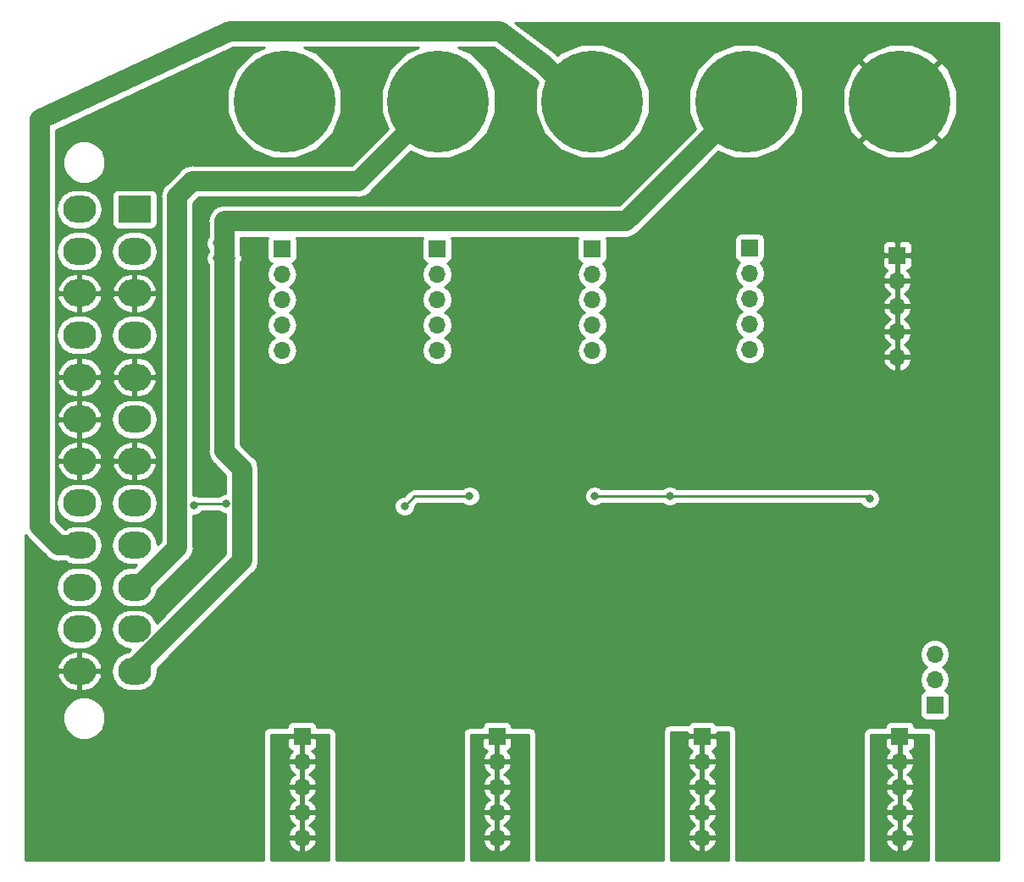
<source format=gbr>
G04 #@! TF.GenerationSoftware,KiCad,Pcbnew,(5.0.0-rc2-100-g6d77e594b)*
G04 #@! TF.CreationDate,2018-10-18T22:19:02+02:00*
G04 #@! TF.ProjectId,fuzzyduckv1,66757A7A796475636B76312E6B696361,rev?*
G04 #@! TF.SameCoordinates,Original*
G04 #@! TF.FileFunction,Copper,L2,Bot,Signal*
G04 #@! TF.FilePolarity,Positive*
%FSLAX46Y46*%
G04 Gerber Fmt 4.6, Leading zero omitted, Abs format (unit mm)*
G04 Created by KiCad (PCBNEW (5.0.0-rc2-100-g6d77e594b)) date Thu Oct 18 22:19:02 2018*
%MOMM*%
%LPD*%
G01*
G04 APERTURE LIST*
G04 #@! TA.AperFunction,ComponentPad*
%ADD10R,3.300000X2.700000*%
G04 #@! TD*
G04 #@! TA.AperFunction,ComponentPad*
%ADD11O,3.300000X2.700000*%
G04 #@! TD*
G04 #@! TA.AperFunction,ComponentPad*
%ADD12C,10.160000*%
G04 #@! TD*
G04 #@! TA.AperFunction,ComponentPad*
%ADD13R,1.700000X1.700000*%
G04 #@! TD*
G04 #@! TA.AperFunction,ComponentPad*
%ADD14O,1.700000X1.700000*%
G04 #@! TD*
G04 #@! TA.AperFunction,ViaPad*
%ADD15C,0.800000*%
G04 #@! TD*
G04 #@! TA.AperFunction,Conductor*
%ADD16C,2.000000*%
G04 #@! TD*
G04 #@! TA.AperFunction,Conductor*
%ADD17C,0.250000*%
G04 #@! TD*
G04 #@! TA.AperFunction,Conductor*
%ADD18C,0.254000*%
G04 #@! TD*
G04 APERTURE END LIST*
D10*
G04 #@! TO.P,J1,1*
G04 #@! TO.N,+3.3V*
X61000000Y-51800000D03*
D11*
G04 #@! TO.P,J1,2*
X61000000Y-56000000D03*
G04 #@! TO.P,J1,3*
G04 #@! TO.N,GND*
X61000000Y-60200000D03*
G04 #@! TO.P,J1,4*
G04 #@! TO.N,+5V*
X61000000Y-64400000D03*
G04 #@! TO.P,J1,5*
G04 #@! TO.N,GND*
X61000000Y-68600000D03*
G04 #@! TO.P,J1,6*
G04 #@! TO.N,+5V*
X61000000Y-72800000D03*
G04 #@! TO.P,J1,7*
G04 #@! TO.N,GND*
X61000000Y-77000000D03*
G04 #@! TO.P,J1,8*
G04 #@! TO.N,ATX_POWEROK*
X61000000Y-81200000D03*
G04 #@! TO.P,J1,9*
G04 #@! TO.N,Net-(J1-Pad9)*
X61000000Y-85400000D03*
G04 #@! TO.P,J1,10*
G04 #@! TO.N,+12V*
X61000000Y-89600000D03*
G04 #@! TO.P,J1,11*
X61000000Y-93800000D03*
G04 #@! TO.P,J1,12*
G04 #@! TO.N,+3.3V*
X61000000Y-98000000D03*
G04 #@! TO.P,J1,13*
X55500000Y-51800000D03*
G04 #@! TO.P,J1,14*
G04 #@! TO.N,-12V*
X55500000Y-56000000D03*
G04 #@! TO.P,J1,15*
G04 #@! TO.N,GND*
X55500000Y-60200000D03*
G04 #@! TO.P,J1,16*
G04 #@! TO.N,Net-(J1-Pad16)*
X55500000Y-64400000D03*
G04 #@! TO.P,J1,17*
G04 #@! TO.N,GND*
X55500000Y-68600000D03*
G04 #@! TO.P,J1,18*
X55500000Y-72800000D03*
G04 #@! TO.P,J1,19*
X55500000Y-77000000D03*
G04 #@! TO.P,J1,20*
G04 #@! TO.N,Net-(J1-Pad20)*
X55500000Y-81200000D03*
G04 #@! TO.P,J1,21*
G04 #@! TO.N,+5V*
X55500000Y-85400000D03*
G04 #@! TO.P,J1,22*
X55500000Y-89600000D03*
G04 #@! TO.P,J1,23*
X55500000Y-93800000D03*
G04 #@! TO.P,J1,24*
G04 #@! TO.N,GND*
X55500000Y-98000000D03*
G04 #@! TD*
D12*
G04 #@! TO.P,J2,1*
G04 #@! TO.N,+12V*
X91375000Y-41000000D03*
G04 #@! TD*
G04 #@! TO.P,J4,1*
G04 #@! TO.N,-12V*
X76000000Y-41000000D03*
G04 #@! TD*
G04 #@! TO.P,J5,1*
G04 #@! TO.N,+5V*
X106750000Y-41000000D03*
G04 #@! TD*
G04 #@! TO.P,J8,1*
G04 #@! TO.N,+3.3V*
X122125000Y-41000000D03*
G04 #@! TD*
G04 #@! TO.P,J9,1*
G04 #@! TO.N,GND*
X137500000Y-41000000D03*
G04 #@! TD*
D13*
G04 #@! TO.P,J17,1*
G04 #@! TO.N,Net-(J17-Pad1)*
X141000000Y-101404492D03*
D14*
G04 #@! TO.P,J17,2*
G04 #@! TO.N,Net-(J17-Pad2)*
X141000000Y-98864492D03*
G04 #@! TO.P,J17,3*
G04 #@! TO.N,Net-(J17-Pad3)*
X141000000Y-96324492D03*
G04 #@! TD*
D13*
G04 #@! TO.P,J3,1*
G04 #@! TO.N,+12V*
X91250000Y-55750000D03*
D14*
G04 #@! TO.P,J3,2*
X91250000Y-58290000D03*
G04 #@! TO.P,J3,3*
X91250000Y-60830000D03*
G04 #@! TO.P,J3,4*
X91250000Y-63370000D03*
G04 #@! TO.P,J3,5*
X91250000Y-65910000D03*
G04 #@! TD*
D13*
G04 #@! TO.P,J6,1*
G04 #@! TO.N,-12V*
X75750000Y-55750000D03*
D14*
G04 #@! TO.P,J6,2*
X75750000Y-58290000D03*
G04 #@! TO.P,J6,3*
X75750000Y-60830000D03*
G04 #@! TO.P,J6,4*
X75750000Y-63370000D03*
G04 #@! TO.P,J6,5*
X75750000Y-65910000D03*
G04 #@! TD*
G04 #@! TO.P,J7,5*
G04 #@! TO.N,+5V*
X106750000Y-65910000D03*
G04 #@! TO.P,J7,4*
X106750000Y-63370000D03*
G04 #@! TO.P,J7,3*
X106750000Y-60830000D03*
G04 #@! TO.P,J7,2*
X106750000Y-58290000D03*
D13*
G04 #@! TO.P,J7,1*
X106750000Y-55750000D03*
G04 #@! TD*
D14*
G04 #@! TO.P,J10,5*
G04 #@! TO.N,+3.3V*
X122500000Y-65830000D03*
G04 #@! TO.P,J10,4*
X122500000Y-63290000D03*
G04 #@! TO.P,J10,3*
X122500000Y-60750000D03*
G04 #@! TO.P,J10,2*
X122500000Y-58210000D03*
D13*
G04 #@! TO.P,J10,1*
X122500000Y-55670000D03*
G04 #@! TD*
G04 #@! TO.P,J11,1*
G04 #@! TO.N,GND*
X137250000Y-56420000D03*
D14*
G04 #@! TO.P,J11,2*
X137250000Y-58960000D03*
G04 #@! TO.P,J11,3*
X137250000Y-61500000D03*
G04 #@! TO.P,J11,4*
X137250000Y-64040000D03*
G04 #@! TO.P,J11,5*
X137250000Y-66580000D03*
G04 #@! TD*
G04 #@! TO.P,J20,5*
G04 #@! TO.N,+1.0V*
X77750000Y-114660000D03*
G04 #@! TO.P,J20,4*
X77750000Y-112120000D03*
G04 #@! TO.P,J20,3*
X77750000Y-109580000D03*
G04 #@! TO.P,J20,2*
X77750000Y-107040000D03*
D13*
G04 #@! TO.P,J20,1*
X77750000Y-104500000D03*
G04 #@! TD*
G04 #@! TO.P,J21,1*
G04 #@! TO.N,+1.2V*
X97250000Y-104500000D03*
D14*
G04 #@! TO.P,J21,2*
X97250000Y-107040000D03*
G04 #@! TO.P,J21,3*
X97250000Y-109580000D03*
G04 #@! TO.P,J21,4*
X97250000Y-112120000D03*
G04 #@! TO.P,J21,5*
X97250000Y-114660000D03*
G04 #@! TD*
D13*
G04 #@! TO.P,J24,1*
G04 #@! TO.N,+1.8V*
X117750000Y-104500000D03*
D14*
G04 #@! TO.P,J24,2*
X117750000Y-107040000D03*
G04 #@! TO.P,J24,3*
X117750000Y-109580000D03*
G04 #@! TO.P,J24,4*
X117750000Y-112120000D03*
G04 #@! TO.P,J24,5*
X117750000Y-114660000D03*
G04 #@! TD*
G04 #@! TO.P,J25,5*
G04 #@! TO.N,VCC_DDR*
X137500000Y-114660000D03*
G04 #@! TO.P,J25,4*
X137500000Y-112120000D03*
G04 #@! TO.P,J25,3*
X137500000Y-109580000D03*
G04 #@! TO.P,J25,2*
X137500000Y-107040000D03*
D13*
G04 #@! TO.P,J25,1*
X137500000Y-104500000D03*
G04 #@! TD*
D15*
G04 #@! TO.N,GND*
X75100000Y-87300000D03*
X86500000Y-75000000D03*
X85250000Y-75000000D03*
X84000000Y-75000000D03*
G04 #@! TO.N,+3.3V*
X69900000Y-56000000D03*
X69200000Y-56700000D03*
X69200000Y-55200000D03*
X70600000Y-55200000D03*
X70700000Y-56700000D03*
G04 #@! TO.N,GND*
X99000000Y-75000000D03*
X100250000Y-75000000D03*
X101500000Y-75000000D03*
X116500000Y-75000000D03*
X114000000Y-75000000D03*
X115250000Y-75000000D03*
X131250000Y-75000000D03*
X128750000Y-75000000D03*
X130000000Y-75000000D03*
X101500000Y-69500000D03*
X99000000Y-69500000D03*
X100250000Y-69500000D03*
X108750000Y-69500000D03*
X107500000Y-69500000D03*
X110000000Y-69500000D03*
X76670000Y-87300000D03*
X78240000Y-87300000D03*
X79810000Y-87300000D03*
X81380000Y-87300000D03*
X75100000Y-88650000D03*
X76670000Y-88650000D03*
X78240000Y-88650000D03*
X79810000Y-88650000D03*
X81380000Y-88650000D03*
X75100000Y-90000000D03*
X76670000Y-90000000D03*
X78240000Y-90000000D03*
X79810000Y-90000000D03*
X81380000Y-90000000D03*
X75100000Y-91350000D03*
X76670000Y-91350000D03*
X78240000Y-91350000D03*
X79810000Y-91350000D03*
X81380000Y-91350000D03*
X75100000Y-92700000D03*
X76670000Y-92700000D03*
X78240000Y-92700000D03*
X79810000Y-92700000D03*
X81380000Y-92700000D03*
X95100000Y-87300000D03*
X96670000Y-87300000D03*
X98240000Y-87300000D03*
X99810000Y-87300000D03*
X101380000Y-87300000D03*
X95100000Y-88650000D03*
X96670000Y-88650000D03*
X98240000Y-88650000D03*
X99810000Y-88650000D03*
X101380000Y-88650000D03*
X95100000Y-90000000D03*
X96670000Y-90000000D03*
X98240000Y-90000000D03*
X99810000Y-90000000D03*
X101380000Y-90000000D03*
X95100000Y-91350000D03*
X96670000Y-91350000D03*
X98240000Y-91350000D03*
X99810000Y-91350000D03*
X101380000Y-91350000D03*
X95100000Y-92700000D03*
X96670000Y-92700000D03*
X98240000Y-92700000D03*
X99810000Y-92700000D03*
X101380000Y-92700000D03*
X115100000Y-87300000D03*
X116670000Y-87300000D03*
X118240000Y-87300000D03*
X119810000Y-87300000D03*
X121380000Y-87300000D03*
X115100000Y-88650000D03*
X116670000Y-88650000D03*
X118240000Y-88650000D03*
X119810000Y-88650000D03*
X121380000Y-88650000D03*
X115100000Y-90000000D03*
X116670000Y-90000000D03*
X118240000Y-90000000D03*
X119810000Y-90000000D03*
X121380000Y-90000000D03*
X115100000Y-91350000D03*
X116670000Y-91350000D03*
X118240000Y-91350000D03*
X119810000Y-91350000D03*
X121380000Y-91350000D03*
X115100000Y-92700000D03*
X116670000Y-92700000D03*
X118240000Y-92700000D03*
X119810000Y-92700000D03*
X121380000Y-92700000D03*
X135100000Y-87300000D03*
X136670000Y-87300000D03*
X138240000Y-87300000D03*
X139810000Y-87300000D03*
X141380000Y-87300000D03*
X135100000Y-88650000D03*
X136670000Y-88650000D03*
X138240000Y-88650000D03*
X139810000Y-88650000D03*
X141380000Y-88650000D03*
X135100000Y-90000000D03*
X136670000Y-90000000D03*
X138240000Y-90000000D03*
X139810000Y-90000000D03*
X141380000Y-90000000D03*
X135100000Y-91350000D03*
X136670000Y-91350000D03*
X138240000Y-91350000D03*
X139810000Y-91350000D03*
X141380000Y-91350000D03*
X135100000Y-92700000D03*
X136670000Y-92700000D03*
X138240000Y-92700000D03*
X139810000Y-92700000D03*
X141380000Y-92700000D03*
G04 #@! TO.N,ATX_POWEROK*
X88000000Y-81500000D03*
X94500000Y-80500000D03*
X107000000Y-80500000D03*
X114500000Y-80500000D03*
X134500000Y-80750000D03*
X66949979Y-81416233D03*
X70149990Y-81250000D03*
G04 #@! TD*
D16*
G04 #@! TO.N,+5V*
X70500000Y-34000000D02*
X97500000Y-34000000D01*
X51500000Y-42842002D02*
X70500000Y-34000000D01*
X55500000Y-85400000D02*
X53400000Y-85400000D01*
X51500000Y-83500000D02*
X51500000Y-42842002D01*
X53400000Y-85400000D02*
X51500000Y-83500000D01*
X105594594Y-41000000D02*
X102000000Y-37405406D01*
X106750000Y-41000000D02*
X105594594Y-41000000D01*
X97500000Y-34000000D02*
X102000000Y-37405406D01*
G04 #@! TO.N,+3.3V*
X110125000Y-53000000D02*
X122125000Y-41000000D01*
X61000000Y-97706258D02*
X71750000Y-86956258D01*
X71750000Y-86956258D02*
X71750000Y-77750000D01*
X61000000Y-98000000D02*
X61000000Y-97706258D01*
X71750000Y-77750000D02*
X70000000Y-76000000D01*
X70000000Y-76000000D02*
X70000000Y-56000000D01*
X70000000Y-53000000D02*
X110125000Y-53000000D01*
X70000000Y-56000000D02*
X70000000Y-53000000D01*
G04 #@! TO.N,+12V*
X83375000Y-49000000D02*
X91375000Y-41000000D01*
X66750000Y-49000000D02*
X83375000Y-49000000D01*
X65250000Y-50500000D02*
X66750000Y-49000000D01*
X65250000Y-85650000D02*
X65250000Y-50500000D01*
X61000000Y-89600000D02*
X61300000Y-89600000D01*
X61300000Y-89600000D02*
X65250000Y-85650000D01*
D17*
G04 #@! TO.N,ATX_POWEROK*
X88000000Y-81500000D02*
X89000000Y-80500000D01*
X89000000Y-80500000D02*
X94500000Y-80500000D01*
X134250000Y-80500000D02*
X134500000Y-80750000D01*
X124750000Y-80500000D02*
X134250000Y-80500000D01*
X107000000Y-80500000D02*
X114500000Y-80500000D01*
X114500000Y-80500000D02*
X124750000Y-80500000D01*
X67116212Y-81250000D02*
X66949979Y-81416233D01*
X70149990Y-81250000D02*
X67116212Y-81250000D01*
G04 #@! TD*
D18*
G04 #@! TO.N,GND*
G36*
X147373000Y-116873000D02*
X141135000Y-116873000D01*
X141135000Y-104250000D01*
X141086664Y-104006996D01*
X140949013Y-103800987D01*
X140743004Y-103663336D01*
X140500000Y-103615000D01*
X138990478Y-103615000D01*
X138948157Y-103402235D01*
X138807809Y-103192191D01*
X138597765Y-103051843D01*
X138350000Y-103002560D01*
X136650000Y-103002560D01*
X136402235Y-103051843D01*
X136192191Y-103192191D01*
X136051843Y-103402235D01*
X136009522Y-103615000D01*
X134500000Y-103615000D01*
X134256996Y-103663336D01*
X134050987Y-103800987D01*
X133913336Y-104006996D01*
X133865000Y-104250000D01*
X133865000Y-116873000D01*
X121135000Y-116873000D01*
X121135000Y-104000000D01*
X121086664Y-103756996D01*
X120949013Y-103550987D01*
X120743004Y-103413336D01*
X120500000Y-103365000D01*
X119173277Y-103365000D01*
X119057809Y-103192191D01*
X118847765Y-103051843D01*
X118600000Y-103002560D01*
X116900000Y-103002560D01*
X116652235Y-103051843D01*
X116442191Y-103192191D01*
X116326723Y-103365000D01*
X114500000Y-103365000D01*
X114256996Y-103413336D01*
X114050987Y-103550987D01*
X113913336Y-103756996D01*
X113865000Y-104000000D01*
X113865000Y-116873000D01*
X101135000Y-116873000D01*
X101135000Y-104250000D01*
X101086664Y-104006996D01*
X100949013Y-103800987D01*
X100743004Y-103663336D01*
X100500000Y-103615000D01*
X98740478Y-103615000D01*
X98698157Y-103402235D01*
X98557809Y-103192191D01*
X98347765Y-103051843D01*
X98100000Y-103002560D01*
X96400000Y-103002560D01*
X96152235Y-103051843D01*
X95942191Y-103192191D01*
X95801843Y-103402235D01*
X95759522Y-103615000D01*
X94500000Y-103615000D01*
X94256996Y-103663336D01*
X94050987Y-103800987D01*
X93913336Y-104006996D01*
X93865000Y-104250000D01*
X93865000Y-116873000D01*
X81135000Y-116873000D01*
X81135000Y-104250000D01*
X81086664Y-104006996D01*
X80949013Y-103800987D01*
X80743004Y-103663336D01*
X80500000Y-103615000D01*
X79240478Y-103615000D01*
X79198157Y-103402235D01*
X79057809Y-103192191D01*
X78847765Y-103051843D01*
X78600000Y-103002560D01*
X76900000Y-103002560D01*
X76652235Y-103051843D01*
X76442191Y-103192191D01*
X76301843Y-103402235D01*
X76259522Y-103615000D01*
X74500000Y-103615000D01*
X74256996Y-103663336D01*
X74050987Y-103800987D01*
X73913336Y-104006996D01*
X73865000Y-104250000D01*
X73865000Y-116873000D01*
X50127000Y-116873000D01*
X50127000Y-102275322D01*
X53825000Y-102275322D01*
X53825000Y-103124678D01*
X54150034Y-103909380D01*
X54750620Y-104509966D01*
X55535322Y-104835000D01*
X56384678Y-104835000D01*
X57169380Y-104509966D01*
X57769966Y-103909380D01*
X58095000Y-103124678D01*
X58095000Y-102275322D01*
X57769966Y-101490620D01*
X57169380Y-100890034D01*
X56384678Y-100565000D01*
X55535322Y-100565000D01*
X54750620Y-100890034D01*
X54150034Y-101490620D01*
X53825000Y-102275322D01*
X50127000Y-102275322D01*
X50127000Y-98435323D01*
X53263323Y-98435323D01*
X53317499Y-98642294D01*
X53706591Y-99313804D01*
X54323041Y-99785300D01*
X55073000Y-99985000D01*
X55373000Y-99985000D01*
X55373000Y-98127000D01*
X55627000Y-98127000D01*
X55627000Y-99985000D01*
X55927000Y-99985000D01*
X56676959Y-99785300D01*
X57293409Y-99313804D01*
X57682501Y-98642294D01*
X57736677Y-98435323D01*
X57621829Y-98127000D01*
X55627000Y-98127000D01*
X55373000Y-98127000D01*
X53378171Y-98127000D01*
X53263323Y-98435323D01*
X50127000Y-98435323D01*
X50127000Y-97564677D01*
X53263323Y-97564677D01*
X53378171Y-97873000D01*
X55373000Y-97873000D01*
X55373000Y-96015000D01*
X55627000Y-96015000D01*
X55627000Y-97873000D01*
X57621829Y-97873000D01*
X57736677Y-97564677D01*
X57682501Y-97357706D01*
X57293409Y-96686196D01*
X56676959Y-96214700D01*
X55927000Y-96015000D01*
X55627000Y-96015000D01*
X55373000Y-96015000D01*
X55073000Y-96015000D01*
X54323041Y-96214700D01*
X53706591Y-96686196D01*
X53317499Y-97357706D01*
X53263323Y-97564677D01*
X50127000Y-97564677D01*
X50127000Y-93800000D01*
X53176112Y-93800000D01*
X53330171Y-94574508D01*
X53768895Y-95231105D01*
X54425492Y-95669829D01*
X55004497Y-95785000D01*
X55995503Y-95785000D01*
X56574508Y-95669829D01*
X57231105Y-95231105D01*
X57669829Y-94574508D01*
X57823888Y-93800000D01*
X57669829Y-93025492D01*
X57231105Y-92368895D01*
X56574508Y-91930171D01*
X55995503Y-91815000D01*
X55004497Y-91815000D01*
X54425492Y-91930171D01*
X53768895Y-92368895D01*
X53330171Y-93025492D01*
X53176112Y-93800000D01*
X50127000Y-93800000D01*
X50127000Y-89600000D01*
X53176112Y-89600000D01*
X53330171Y-90374508D01*
X53768895Y-91031105D01*
X54425492Y-91469829D01*
X55004497Y-91585000D01*
X55995503Y-91585000D01*
X56574508Y-91469829D01*
X57231105Y-91031105D01*
X57669829Y-90374508D01*
X57823888Y-89600000D01*
X57669829Y-88825492D01*
X57231105Y-88168895D01*
X56574508Y-87730171D01*
X55995503Y-87615000D01*
X55004497Y-87615000D01*
X54425492Y-87730171D01*
X53768895Y-88168895D01*
X53330171Y-88825492D01*
X53176112Y-89600000D01*
X50127000Y-89600000D01*
X50127000Y-84388081D01*
X50321231Y-84678769D01*
X50457750Y-84769988D01*
X52130014Y-86442252D01*
X52221231Y-86578769D01*
X52508132Y-86770470D01*
X52762054Y-86940136D01*
X53400000Y-87067031D01*
X53561031Y-87035000D01*
X54074045Y-87035000D01*
X54425492Y-87269829D01*
X55004497Y-87385000D01*
X55995503Y-87385000D01*
X56574508Y-87269829D01*
X57231105Y-86831105D01*
X57669829Y-86174508D01*
X57823888Y-85400000D01*
X57669829Y-84625492D01*
X57231105Y-83968895D01*
X56574508Y-83530171D01*
X55995503Y-83415000D01*
X55004497Y-83415000D01*
X54425492Y-83530171D01*
X54075960Y-83763721D01*
X53135000Y-82822762D01*
X53135000Y-81200000D01*
X53176112Y-81200000D01*
X53330171Y-81974508D01*
X53768895Y-82631105D01*
X54425492Y-83069829D01*
X55004497Y-83185000D01*
X55995503Y-83185000D01*
X56574508Y-83069829D01*
X57231105Y-82631105D01*
X57669829Y-81974508D01*
X57823888Y-81200000D01*
X58676112Y-81200000D01*
X58830171Y-81974508D01*
X59268895Y-82631105D01*
X59925492Y-83069829D01*
X60504497Y-83185000D01*
X61495503Y-83185000D01*
X62074508Y-83069829D01*
X62731105Y-82631105D01*
X63169829Y-81974508D01*
X63323888Y-81200000D01*
X63169829Y-80425492D01*
X62731105Y-79768895D01*
X62074508Y-79330171D01*
X61495503Y-79215000D01*
X60504497Y-79215000D01*
X59925492Y-79330171D01*
X59268895Y-79768895D01*
X58830171Y-80425492D01*
X58676112Y-81200000D01*
X57823888Y-81200000D01*
X57669829Y-80425492D01*
X57231105Y-79768895D01*
X56574508Y-79330171D01*
X55995503Y-79215000D01*
X55004497Y-79215000D01*
X54425492Y-79330171D01*
X53768895Y-79768895D01*
X53330171Y-80425492D01*
X53176112Y-81200000D01*
X53135000Y-81200000D01*
X53135000Y-77435323D01*
X53263323Y-77435323D01*
X53317499Y-77642294D01*
X53706591Y-78313804D01*
X54323041Y-78785300D01*
X55073000Y-78985000D01*
X55373000Y-78985000D01*
X55373000Y-77127000D01*
X55627000Y-77127000D01*
X55627000Y-78985000D01*
X55927000Y-78985000D01*
X56676959Y-78785300D01*
X57293409Y-78313804D01*
X57682501Y-77642294D01*
X57736677Y-77435323D01*
X58763323Y-77435323D01*
X58817499Y-77642294D01*
X59206591Y-78313804D01*
X59823041Y-78785300D01*
X60573000Y-78985000D01*
X60873000Y-78985000D01*
X60873000Y-77127000D01*
X61127000Y-77127000D01*
X61127000Y-78985000D01*
X61427000Y-78985000D01*
X62176959Y-78785300D01*
X62793409Y-78313804D01*
X63182501Y-77642294D01*
X63236677Y-77435323D01*
X63121829Y-77127000D01*
X61127000Y-77127000D01*
X60873000Y-77127000D01*
X58878171Y-77127000D01*
X58763323Y-77435323D01*
X57736677Y-77435323D01*
X57621829Y-77127000D01*
X55627000Y-77127000D01*
X55373000Y-77127000D01*
X53378171Y-77127000D01*
X53263323Y-77435323D01*
X53135000Y-77435323D01*
X53135000Y-76564677D01*
X53263323Y-76564677D01*
X53378171Y-76873000D01*
X55373000Y-76873000D01*
X55373000Y-75015000D01*
X55627000Y-75015000D01*
X55627000Y-76873000D01*
X57621829Y-76873000D01*
X57736677Y-76564677D01*
X58763323Y-76564677D01*
X58878171Y-76873000D01*
X60873000Y-76873000D01*
X60873000Y-75015000D01*
X61127000Y-75015000D01*
X61127000Y-76873000D01*
X63121829Y-76873000D01*
X63236677Y-76564677D01*
X63182501Y-76357706D01*
X62793409Y-75686196D01*
X62176959Y-75214700D01*
X61427000Y-75015000D01*
X61127000Y-75015000D01*
X60873000Y-75015000D01*
X60573000Y-75015000D01*
X59823041Y-75214700D01*
X59206591Y-75686196D01*
X58817499Y-76357706D01*
X58763323Y-76564677D01*
X57736677Y-76564677D01*
X57682501Y-76357706D01*
X57293409Y-75686196D01*
X56676959Y-75214700D01*
X55927000Y-75015000D01*
X55627000Y-75015000D01*
X55373000Y-75015000D01*
X55073000Y-75015000D01*
X54323041Y-75214700D01*
X53706591Y-75686196D01*
X53317499Y-76357706D01*
X53263323Y-76564677D01*
X53135000Y-76564677D01*
X53135000Y-73235323D01*
X53263323Y-73235323D01*
X53317499Y-73442294D01*
X53706591Y-74113804D01*
X54323041Y-74585300D01*
X55073000Y-74785000D01*
X55373000Y-74785000D01*
X55373000Y-72927000D01*
X55627000Y-72927000D01*
X55627000Y-74785000D01*
X55927000Y-74785000D01*
X56676959Y-74585300D01*
X57293409Y-74113804D01*
X57682501Y-73442294D01*
X57736677Y-73235323D01*
X57621829Y-72927000D01*
X55627000Y-72927000D01*
X55373000Y-72927000D01*
X53378171Y-72927000D01*
X53263323Y-73235323D01*
X53135000Y-73235323D01*
X53135000Y-72800000D01*
X58676112Y-72800000D01*
X58830171Y-73574508D01*
X59268895Y-74231105D01*
X59925492Y-74669829D01*
X60504497Y-74785000D01*
X61495503Y-74785000D01*
X62074508Y-74669829D01*
X62731105Y-74231105D01*
X63169829Y-73574508D01*
X63323888Y-72800000D01*
X63169829Y-72025492D01*
X62731105Y-71368895D01*
X62074508Y-70930171D01*
X61495503Y-70815000D01*
X60504497Y-70815000D01*
X59925492Y-70930171D01*
X59268895Y-71368895D01*
X58830171Y-72025492D01*
X58676112Y-72800000D01*
X53135000Y-72800000D01*
X53135000Y-72364677D01*
X53263323Y-72364677D01*
X53378171Y-72673000D01*
X55373000Y-72673000D01*
X55373000Y-70815000D01*
X55627000Y-70815000D01*
X55627000Y-72673000D01*
X57621829Y-72673000D01*
X57736677Y-72364677D01*
X57682501Y-72157706D01*
X57293409Y-71486196D01*
X56676959Y-71014700D01*
X55927000Y-70815000D01*
X55627000Y-70815000D01*
X55373000Y-70815000D01*
X55073000Y-70815000D01*
X54323041Y-71014700D01*
X53706591Y-71486196D01*
X53317499Y-72157706D01*
X53263323Y-72364677D01*
X53135000Y-72364677D01*
X53135000Y-69035323D01*
X53263323Y-69035323D01*
X53317499Y-69242294D01*
X53706591Y-69913804D01*
X54323041Y-70385300D01*
X55073000Y-70585000D01*
X55373000Y-70585000D01*
X55373000Y-68727000D01*
X55627000Y-68727000D01*
X55627000Y-70585000D01*
X55927000Y-70585000D01*
X56676959Y-70385300D01*
X57293409Y-69913804D01*
X57682501Y-69242294D01*
X57736677Y-69035323D01*
X58763323Y-69035323D01*
X58817499Y-69242294D01*
X59206591Y-69913804D01*
X59823041Y-70385300D01*
X60573000Y-70585000D01*
X60873000Y-70585000D01*
X60873000Y-68727000D01*
X61127000Y-68727000D01*
X61127000Y-70585000D01*
X61427000Y-70585000D01*
X62176959Y-70385300D01*
X62793409Y-69913804D01*
X63182501Y-69242294D01*
X63236677Y-69035323D01*
X63121829Y-68727000D01*
X61127000Y-68727000D01*
X60873000Y-68727000D01*
X58878171Y-68727000D01*
X58763323Y-69035323D01*
X57736677Y-69035323D01*
X57621829Y-68727000D01*
X55627000Y-68727000D01*
X55373000Y-68727000D01*
X53378171Y-68727000D01*
X53263323Y-69035323D01*
X53135000Y-69035323D01*
X53135000Y-68164677D01*
X53263323Y-68164677D01*
X53378171Y-68473000D01*
X55373000Y-68473000D01*
X55373000Y-66615000D01*
X55627000Y-66615000D01*
X55627000Y-68473000D01*
X57621829Y-68473000D01*
X57736677Y-68164677D01*
X58763323Y-68164677D01*
X58878171Y-68473000D01*
X60873000Y-68473000D01*
X60873000Y-66615000D01*
X61127000Y-66615000D01*
X61127000Y-68473000D01*
X63121829Y-68473000D01*
X63236677Y-68164677D01*
X63182501Y-67957706D01*
X62793409Y-67286196D01*
X62176959Y-66814700D01*
X61427000Y-66615000D01*
X61127000Y-66615000D01*
X60873000Y-66615000D01*
X60573000Y-66615000D01*
X59823041Y-66814700D01*
X59206591Y-67286196D01*
X58817499Y-67957706D01*
X58763323Y-68164677D01*
X57736677Y-68164677D01*
X57682501Y-67957706D01*
X57293409Y-67286196D01*
X56676959Y-66814700D01*
X55927000Y-66615000D01*
X55627000Y-66615000D01*
X55373000Y-66615000D01*
X55073000Y-66615000D01*
X54323041Y-66814700D01*
X53706591Y-67286196D01*
X53317499Y-67957706D01*
X53263323Y-68164677D01*
X53135000Y-68164677D01*
X53135000Y-64400000D01*
X53176112Y-64400000D01*
X53330171Y-65174508D01*
X53768895Y-65831105D01*
X54425492Y-66269829D01*
X55004497Y-66385000D01*
X55995503Y-66385000D01*
X56574508Y-66269829D01*
X57231105Y-65831105D01*
X57669829Y-65174508D01*
X57823888Y-64400000D01*
X58676112Y-64400000D01*
X58830171Y-65174508D01*
X59268895Y-65831105D01*
X59925492Y-66269829D01*
X60504497Y-66385000D01*
X61495503Y-66385000D01*
X62074508Y-66269829D01*
X62731105Y-65831105D01*
X63169829Y-65174508D01*
X63323888Y-64400000D01*
X63169829Y-63625492D01*
X62731105Y-62968895D01*
X62074508Y-62530171D01*
X61495503Y-62415000D01*
X60504497Y-62415000D01*
X59925492Y-62530171D01*
X59268895Y-62968895D01*
X58830171Y-63625492D01*
X58676112Y-64400000D01*
X57823888Y-64400000D01*
X57669829Y-63625492D01*
X57231105Y-62968895D01*
X56574508Y-62530171D01*
X55995503Y-62415000D01*
X55004497Y-62415000D01*
X54425492Y-62530171D01*
X53768895Y-62968895D01*
X53330171Y-63625492D01*
X53176112Y-64400000D01*
X53135000Y-64400000D01*
X53135000Y-60635323D01*
X53263323Y-60635323D01*
X53317499Y-60842294D01*
X53706591Y-61513804D01*
X54323041Y-61985300D01*
X55073000Y-62185000D01*
X55373000Y-62185000D01*
X55373000Y-60327000D01*
X55627000Y-60327000D01*
X55627000Y-62185000D01*
X55927000Y-62185000D01*
X56676959Y-61985300D01*
X57293409Y-61513804D01*
X57682501Y-60842294D01*
X57736677Y-60635323D01*
X58763323Y-60635323D01*
X58817499Y-60842294D01*
X59206591Y-61513804D01*
X59823041Y-61985300D01*
X60573000Y-62185000D01*
X60873000Y-62185000D01*
X60873000Y-60327000D01*
X61127000Y-60327000D01*
X61127000Y-62185000D01*
X61427000Y-62185000D01*
X62176959Y-61985300D01*
X62793409Y-61513804D01*
X63182501Y-60842294D01*
X63236677Y-60635323D01*
X63121829Y-60327000D01*
X61127000Y-60327000D01*
X60873000Y-60327000D01*
X58878171Y-60327000D01*
X58763323Y-60635323D01*
X57736677Y-60635323D01*
X57621829Y-60327000D01*
X55627000Y-60327000D01*
X55373000Y-60327000D01*
X53378171Y-60327000D01*
X53263323Y-60635323D01*
X53135000Y-60635323D01*
X53135000Y-59764677D01*
X53263323Y-59764677D01*
X53378171Y-60073000D01*
X55373000Y-60073000D01*
X55373000Y-58215000D01*
X55627000Y-58215000D01*
X55627000Y-60073000D01*
X57621829Y-60073000D01*
X57736677Y-59764677D01*
X58763323Y-59764677D01*
X58878171Y-60073000D01*
X60873000Y-60073000D01*
X60873000Y-58215000D01*
X61127000Y-58215000D01*
X61127000Y-60073000D01*
X63121829Y-60073000D01*
X63236677Y-59764677D01*
X63182501Y-59557706D01*
X62793409Y-58886196D01*
X62176959Y-58414700D01*
X61427000Y-58215000D01*
X61127000Y-58215000D01*
X60873000Y-58215000D01*
X60573000Y-58215000D01*
X59823041Y-58414700D01*
X59206591Y-58886196D01*
X58817499Y-59557706D01*
X58763323Y-59764677D01*
X57736677Y-59764677D01*
X57682501Y-59557706D01*
X57293409Y-58886196D01*
X56676959Y-58414700D01*
X55927000Y-58215000D01*
X55627000Y-58215000D01*
X55373000Y-58215000D01*
X55073000Y-58215000D01*
X54323041Y-58414700D01*
X53706591Y-58886196D01*
X53317499Y-59557706D01*
X53263323Y-59764677D01*
X53135000Y-59764677D01*
X53135000Y-56000000D01*
X53176112Y-56000000D01*
X53330171Y-56774508D01*
X53768895Y-57431105D01*
X54425492Y-57869829D01*
X55004497Y-57985000D01*
X55995503Y-57985000D01*
X56574508Y-57869829D01*
X57231105Y-57431105D01*
X57669829Y-56774508D01*
X57823888Y-56000000D01*
X58676112Y-56000000D01*
X58830171Y-56774508D01*
X59268895Y-57431105D01*
X59925492Y-57869829D01*
X60504497Y-57985000D01*
X61495503Y-57985000D01*
X62074508Y-57869829D01*
X62731105Y-57431105D01*
X63169829Y-56774508D01*
X63323888Y-56000000D01*
X63169829Y-55225492D01*
X62731105Y-54568895D01*
X62074508Y-54130171D01*
X61495503Y-54015000D01*
X60504497Y-54015000D01*
X59925492Y-54130171D01*
X59268895Y-54568895D01*
X58830171Y-55225492D01*
X58676112Y-56000000D01*
X57823888Y-56000000D01*
X57669829Y-55225492D01*
X57231105Y-54568895D01*
X56574508Y-54130171D01*
X55995503Y-54015000D01*
X55004497Y-54015000D01*
X54425492Y-54130171D01*
X53768895Y-54568895D01*
X53330171Y-55225492D01*
X53176112Y-56000000D01*
X53135000Y-56000000D01*
X53135000Y-51800000D01*
X53176112Y-51800000D01*
X53330171Y-52574508D01*
X53768895Y-53231105D01*
X54425492Y-53669829D01*
X55004497Y-53785000D01*
X55995503Y-53785000D01*
X56574508Y-53669829D01*
X57231105Y-53231105D01*
X57669829Y-52574508D01*
X57823888Y-51800000D01*
X57669829Y-51025492D01*
X57285298Y-50450000D01*
X58702560Y-50450000D01*
X58702560Y-53150000D01*
X58751843Y-53397765D01*
X58892191Y-53607809D01*
X59102235Y-53748157D01*
X59350000Y-53797440D01*
X62650000Y-53797440D01*
X62897765Y-53748157D01*
X63107809Y-53607809D01*
X63248157Y-53397765D01*
X63297440Y-53150000D01*
X63297440Y-50450000D01*
X63248157Y-50202235D01*
X63107809Y-49992191D01*
X62897765Y-49851843D01*
X62650000Y-49802560D01*
X59350000Y-49802560D01*
X59102235Y-49851843D01*
X58892191Y-49992191D01*
X58751843Y-50202235D01*
X58702560Y-50450000D01*
X57285298Y-50450000D01*
X57231105Y-50368895D01*
X56574508Y-49930171D01*
X55995503Y-49815000D01*
X55004497Y-49815000D01*
X54425492Y-49930171D01*
X53768895Y-50368895D01*
X53330171Y-51025492D01*
X53176112Y-51800000D01*
X53135000Y-51800000D01*
X53135000Y-46675322D01*
X53825000Y-46675322D01*
X53825000Y-47524678D01*
X54150034Y-48309380D01*
X54750620Y-48909966D01*
X55535322Y-49235000D01*
X56384678Y-49235000D01*
X57169380Y-48909966D01*
X57769966Y-48309380D01*
X58095000Y-47524678D01*
X58095000Y-46675322D01*
X57769966Y-45890620D01*
X57169380Y-45290034D01*
X56384678Y-44965000D01*
X55535322Y-44965000D01*
X54750620Y-45290034D01*
X54150034Y-45890620D01*
X53825000Y-46675322D01*
X53135000Y-46675322D01*
X53135000Y-43884499D01*
X70861809Y-35635000D01*
X74018241Y-35635000D01*
X72762713Y-36155057D01*
X71155057Y-37762713D01*
X70285000Y-39863216D01*
X70285000Y-42136784D01*
X71155057Y-44237287D01*
X72762713Y-45844943D01*
X74863216Y-46715000D01*
X77136784Y-46715000D01*
X79237287Y-45844943D01*
X80844943Y-44237287D01*
X81715000Y-42136784D01*
X81715000Y-39863216D01*
X80844943Y-37762713D01*
X79237287Y-36155057D01*
X77981759Y-35635000D01*
X89393241Y-35635000D01*
X88137713Y-36155057D01*
X86530057Y-37762713D01*
X85660000Y-39863216D01*
X85660000Y-42136784D01*
X86323690Y-43739072D01*
X82697762Y-47365000D01*
X66911025Y-47365000D01*
X66749999Y-47332970D01*
X66588973Y-47365000D01*
X66588969Y-47365000D01*
X66112055Y-47459864D01*
X65571231Y-47821231D01*
X65480014Y-47957747D01*
X64207748Y-49230014D01*
X64071232Y-49321231D01*
X63859610Y-49637946D01*
X63709865Y-49862055D01*
X63582969Y-50500000D01*
X63615001Y-50661035D01*
X63615000Y-84972760D01*
X63301303Y-85286457D01*
X63169829Y-84625492D01*
X62731105Y-83968895D01*
X62074508Y-83530171D01*
X61495503Y-83415000D01*
X60504497Y-83415000D01*
X59925492Y-83530171D01*
X59268895Y-83968895D01*
X58830171Y-84625492D01*
X58676112Y-85400000D01*
X58830171Y-86174508D01*
X59268895Y-86831105D01*
X59925492Y-87269829D01*
X60504497Y-87385000D01*
X61202761Y-87385000D01*
X60972762Y-87615000D01*
X60504497Y-87615000D01*
X59925492Y-87730171D01*
X59268895Y-88168895D01*
X58830171Y-88825492D01*
X58676112Y-89600000D01*
X58830171Y-90374508D01*
X59268895Y-91031105D01*
X59925492Y-91469829D01*
X60504497Y-91585000D01*
X61495503Y-91585000D01*
X62074508Y-91469829D01*
X62731105Y-91031105D01*
X63169829Y-90374508D01*
X63252290Y-89959949D01*
X66292256Y-86919984D01*
X66428769Y-86828769D01*
X66519984Y-86692256D01*
X66519986Y-86692254D01*
X66790136Y-86287946D01*
X66917031Y-85650000D01*
X66885000Y-85488969D01*
X66885000Y-82451233D01*
X67155853Y-82451233D01*
X67536259Y-82293664D01*
X67819923Y-82010000D01*
X69446279Y-82010000D01*
X69563710Y-82127431D01*
X69944116Y-82285000D01*
X70115001Y-82285000D01*
X70115000Y-86279019D01*
X63202795Y-93191224D01*
X63169829Y-93025492D01*
X62731105Y-92368895D01*
X62074508Y-91930171D01*
X61495503Y-91815000D01*
X60504497Y-91815000D01*
X59925492Y-91930171D01*
X59268895Y-92368895D01*
X58830171Y-93025492D01*
X58676112Y-93800000D01*
X58830171Y-94574508D01*
X59268895Y-95231105D01*
X59925492Y-95669829D01*
X60504497Y-95785000D01*
X60609020Y-95785000D01*
X60347864Y-96046156D01*
X59925492Y-96130171D01*
X59268895Y-96568895D01*
X58830171Y-97225492D01*
X58676112Y-98000000D01*
X58830171Y-98774508D01*
X59268895Y-99431105D01*
X59925492Y-99869829D01*
X60504497Y-99985000D01*
X61495503Y-99985000D01*
X62074508Y-99869829D01*
X62731105Y-99431105D01*
X63169829Y-98774508D01*
X63323888Y-98000000D01*
X63273220Y-97745276D01*
X64694004Y-96324492D01*
X139485908Y-96324492D01*
X139601161Y-96903910D01*
X139929375Y-97395117D01*
X140227761Y-97594492D01*
X139929375Y-97793867D01*
X139601161Y-98285074D01*
X139485908Y-98864492D01*
X139601161Y-99443910D01*
X139929375Y-99935117D01*
X139947619Y-99947308D01*
X139902235Y-99956335D01*
X139692191Y-100096683D01*
X139551843Y-100306727D01*
X139502560Y-100554492D01*
X139502560Y-102254492D01*
X139551843Y-102502257D01*
X139692191Y-102712301D01*
X139902235Y-102852649D01*
X140150000Y-102901932D01*
X141850000Y-102901932D01*
X142097765Y-102852649D01*
X142307809Y-102712301D01*
X142448157Y-102502257D01*
X142497440Y-102254492D01*
X142497440Y-100554492D01*
X142448157Y-100306727D01*
X142307809Y-100096683D01*
X142097765Y-99956335D01*
X142052381Y-99947308D01*
X142070625Y-99935117D01*
X142398839Y-99443910D01*
X142514092Y-98864492D01*
X142398839Y-98285074D01*
X142070625Y-97793867D01*
X141772239Y-97594492D01*
X142070625Y-97395117D01*
X142398839Y-96903910D01*
X142514092Y-96324492D01*
X142398839Y-95745074D01*
X142070625Y-95253867D01*
X141579418Y-94925653D01*
X141146256Y-94839492D01*
X140853744Y-94839492D01*
X140420582Y-94925653D01*
X139929375Y-95253867D01*
X139601161Y-95745074D01*
X139485908Y-96324492D01*
X64694004Y-96324492D01*
X72792253Y-88226244D01*
X72928769Y-88135027D01*
X73290136Y-87594203D01*
X73385000Y-87117289D01*
X73385000Y-87117288D01*
X73417031Y-86956258D01*
X73385000Y-86795228D01*
X73385000Y-81294126D01*
X86965000Y-81294126D01*
X86965000Y-81705874D01*
X87122569Y-82086280D01*
X87413720Y-82377431D01*
X87794126Y-82535000D01*
X88205874Y-82535000D01*
X88586280Y-82377431D01*
X88877431Y-82086280D01*
X89035000Y-81705874D01*
X89035000Y-81539801D01*
X89314802Y-81260000D01*
X93796289Y-81260000D01*
X93913720Y-81377431D01*
X94294126Y-81535000D01*
X94705874Y-81535000D01*
X95086280Y-81377431D01*
X95377431Y-81086280D01*
X95535000Y-80705874D01*
X95535000Y-80294126D01*
X105965000Y-80294126D01*
X105965000Y-80705874D01*
X106122569Y-81086280D01*
X106413720Y-81377431D01*
X106794126Y-81535000D01*
X107205874Y-81535000D01*
X107586280Y-81377431D01*
X107703711Y-81260000D01*
X113796289Y-81260000D01*
X113913720Y-81377431D01*
X114294126Y-81535000D01*
X114705874Y-81535000D01*
X115086280Y-81377431D01*
X115203711Y-81260000D01*
X133590973Y-81260000D01*
X133622569Y-81336280D01*
X133913720Y-81627431D01*
X134294126Y-81785000D01*
X134705874Y-81785000D01*
X135086280Y-81627431D01*
X135377431Y-81336280D01*
X135535000Y-80955874D01*
X135535000Y-80544126D01*
X135377431Y-80163720D01*
X135086280Y-79872569D01*
X134705874Y-79715000D01*
X134294126Y-79715000D01*
X134263318Y-79727761D01*
X134250000Y-79725112D01*
X134175153Y-79740000D01*
X115203711Y-79740000D01*
X115086280Y-79622569D01*
X114705874Y-79465000D01*
X114294126Y-79465000D01*
X113913720Y-79622569D01*
X113796289Y-79740000D01*
X107703711Y-79740000D01*
X107586280Y-79622569D01*
X107205874Y-79465000D01*
X106794126Y-79465000D01*
X106413720Y-79622569D01*
X106122569Y-79913720D01*
X105965000Y-80294126D01*
X95535000Y-80294126D01*
X95377431Y-79913720D01*
X95086280Y-79622569D01*
X94705874Y-79465000D01*
X94294126Y-79465000D01*
X93913720Y-79622569D01*
X93796289Y-79740000D01*
X89074848Y-79740000D01*
X89000000Y-79725112D01*
X88925152Y-79740000D01*
X88925148Y-79740000D01*
X88703463Y-79784096D01*
X88452071Y-79952071D01*
X88409671Y-80015527D01*
X87960199Y-80465000D01*
X87794126Y-80465000D01*
X87413720Y-80622569D01*
X87122569Y-80913720D01*
X86965000Y-81294126D01*
X73385000Y-81294126D01*
X73385000Y-77911031D01*
X73417031Y-77750000D01*
X73290136Y-77112054D01*
X73019985Y-76707746D01*
X72928769Y-76571231D01*
X72792252Y-76480014D01*
X71635000Y-75322762D01*
X71635000Y-57147296D01*
X71735000Y-56905874D01*
X71735000Y-56494126D01*
X71635000Y-56252704D01*
X71635000Y-54635000D01*
X74313359Y-54635000D01*
X74301843Y-54652235D01*
X74252560Y-54900000D01*
X74252560Y-56600000D01*
X74301843Y-56847765D01*
X74442191Y-57057809D01*
X74652235Y-57198157D01*
X74697619Y-57207184D01*
X74679375Y-57219375D01*
X74351161Y-57710582D01*
X74235908Y-58290000D01*
X74351161Y-58869418D01*
X74679375Y-59360625D01*
X74977761Y-59560000D01*
X74679375Y-59759375D01*
X74351161Y-60250582D01*
X74235908Y-60830000D01*
X74351161Y-61409418D01*
X74679375Y-61900625D01*
X74977761Y-62100000D01*
X74679375Y-62299375D01*
X74351161Y-62790582D01*
X74235908Y-63370000D01*
X74351161Y-63949418D01*
X74679375Y-64440625D01*
X74977761Y-64640000D01*
X74679375Y-64839375D01*
X74351161Y-65330582D01*
X74235908Y-65910000D01*
X74351161Y-66489418D01*
X74679375Y-66980625D01*
X75170582Y-67308839D01*
X75603744Y-67395000D01*
X75896256Y-67395000D01*
X76329418Y-67308839D01*
X76820625Y-66980625D01*
X77148839Y-66489418D01*
X77264092Y-65910000D01*
X77148839Y-65330582D01*
X76820625Y-64839375D01*
X76522239Y-64640000D01*
X76820625Y-64440625D01*
X77148839Y-63949418D01*
X77264092Y-63370000D01*
X77148839Y-62790582D01*
X76820625Y-62299375D01*
X76522239Y-62100000D01*
X76820625Y-61900625D01*
X77148839Y-61409418D01*
X77264092Y-60830000D01*
X77148839Y-60250582D01*
X76820625Y-59759375D01*
X76522239Y-59560000D01*
X76820625Y-59360625D01*
X77148839Y-58869418D01*
X77264092Y-58290000D01*
X77148839Y-57710582D01*
X76820625Y-57219375D01*
X76802381Y-57207184D01*
X76847765Y-57198157D01*
X77057809Y-57057809D01*
X77198157Y-56847765D01*
X77247440Y-56600000D01*
X77247440Y-54900000D01*
X77198157Y-54652235D01*
X77186641Y-54635000D01*
X89813359Y-54635000D01*
X89801843Y-54652235D01*
X89752560Y-54900000D01*
X89752560Y-56600000D01*
X89801843Y-56847765D01*
X89942191Y-57057809D01*
X90152235Y-57198157D01*
X90197619Y-57207184D01*
X90179375Y-57219375D01*
X89851161Y-57710582D01*
X89735908Y-58290000D01*
X89851161Y-58869418D01*
X90179375Y-59360625D01*
X90477761Y-59560000D01*
X90179375Y-59759375D01*
X89851161Y-60250582D01*
X89735908Y-60830000D01*
X89851161Y-61409418D01*
X90179375Y-61900625D01*
X90477761Y-62100000D01*
X90179375Y-62299375D01*
X89851161Y-62790582D01*
X89735908Y-63370000D01*
X89851161Y-63949418D01*
X90179375Y-64440625D01*
X90477761Y-64640000D01*
X90179375Y-64839375D01*
X89851161Y-65330582D01*
X89735908Y-65910000D01*
X89851161Y-66489418D01*
X90179375Y-66980625D01*
X90670582Y-67308839D01*
X91103744Y-67395000D01*
X91396256Y-67395000D01*
X91829418Y-67308839D01*
X92320625Y-66980625D01*
X92648839Y-66489418D01*
X92764092Y-65910000D01*
X92648839Y-65330582D01*
X92320625Y-64839375D01*
X92022239Y-64640000D01*
X92320625Y-64440625D01*
X92648839Y-63949418D01*
X92764092Y-63370000D01*
X92648839Y-62790582D01*
X92320625Y-62299375D01*
X92022239Y-62100000D01*
X92320625Y-61900625D01*
X92648839Y-61409418D01*
X92764092Y-60830000D01*
X92648839Y-60250582D01*
X92320625Y-59759375D01*
X92022239Y-59560000D01*
X92320625Y-59360625D01*
X92648839Y-58869418D01*
X92764092Y-58290000D01*
X92648839Y-57710582D01*
X92320625Y-57219375D01*
X92302381Y-57207184D01*
X92347765Y-57198157D01*
X92557809Y-57057809D01*
X92698157Y-56847765D01*
X92747440Y-56600000D01*
X92747440Y-54900000D01*
X92698157Y-54652235D01*
X92686641Y-54635000D01*
X105313359Y-54635000D01*
X105301843Y-54652235D01*
X105252560Y-54900000D01*
X105252560Y-56600000D01*
X105301843Y-56847765D01*
X105442191Y-57057809D01*
X105652235Y-57198157D01*
X105697619Y-57207184D01*
X105679375Y-57219375D01*
X105351161Y-57710582D01*
X105235908Y-58290000D01*
X105351161Y-58869418D01*
X105679375Y-59360625D01*
X105977761Y-59560000D01*
X105679375Y-59759375D01*
X105351161Y-60250582D01*
X105235908Y-60830000D01*
X105351161Y-61409418D01*
X105679375Y-61900625D01*
X105977761Y-62100000D01*
X105679375Y-62299375D01*
X105351161Y-62790582D01*
X105235908Y-63370000D01*
X105351161Y-63949418D01*
X105679375Y-64440625D01*
X105977761Y-64640000D01*
X105679375Y-64839375D01*
X105351161Y-65330582D01*
X105235908Y-65910000D01*
X105351161Y-66489418D01*
X105679375Y-66980625D01*
X106170582Y-67308839D01*
X106603744Y-67395000D01*
X106896256Y-67395000D01*
X107329418Y-67308839D01*
X107820625Y-66980625D01*
X108148839Y-66489418D01*
X108264092Y-65910000D01*
X108148839Y-65330582D01*
X107820625Y-64839375D01*
X107522239Y-64640000D01*
X107820625Y-64440625D01*
X108148839Y-63949418D01*
X108264092Y-63370000D01*
X108148839Y-62790582D01*
X107820625Y-62299375D01*
X107522239Y-62100000D01*
X107820625Y-61900625D01*
X108148839Y-61409418D01*
X108264092Y-60830000D01*
X108148839Y-60250582D01*
X107820625Y-59759375D01*
X107522239Y-59560000D01*
X107820625Y-59360625D01*
X108148839Y-58869418D01*
X108264092Y-58290000D01*
X108248180Y-58210000D01*
X120985908Y-58210000D01*
X121101161Y-58789418D01*
X121429375Y-59280625D01*
X121727761Y-59480000D01*
X121429375Y-59679375D01*
X121101161Y-60170582D01*
X120985908Y-60750000D01*
X121101161Y-61329418D01*
X121429375Y-61820625D01*
X121727761Y-62020000D01*
X121429375Y-62219375D01*
X121101161Y-62710582D01*
X120985908Y-63290000D01*
X121101161Y-63869418D01*
X121429375Y-64360625D01*
X121727761Y-64560000D01*
X121429375Y-64759375D01*
X121101161Y-65250582D01*
X120985908Y-65830000D01*
X121101161Y-66409418D01*
X121429375Y-66900625D01*
X121920582Y-67228839D01*
X122353744Y-67315000D01*
X122646256Y-67315000D01*
X123079418Y-67228839D01*
X123516350Y-66936890D01*
X135808524Y-66936890D01*
X135978355Y-67346924D01*
X136368642Y-67775183D01*
X136893108Y-68021486D01*
X137123000Y-67900819D01*
X137123000Y-66707000D01*
X137377000Y-66707000D01*
X137377000Y-67900819D01*
X137606892Y-68021486D01*
X138131358Y-67775183D01*
X138521645Y-67346924D01*
X138691476Y-66936890D01*
X138570155Y-66707000D01*
X137377000Y-66707000D01*
X137123000Y-66707000D01*
X135929845Y-66707000D01*
X135808524Y-66936890D01*
X123516350Y-66936890D01*
X123570625Y-66900625D01*
X123898839Y-66409418D01*
X124014092Y-65830000D01*
X123898839Y-65250582D01*
X123570625Y-64759375D01*
X123272239Y-64560000D01*
X123516350Y-64396890D01*
X135808524Y-64396890D01*
X135978355Y-64806924D01*
X136368642Y-65235183D01*
X136527954Y-65310000D01*
X136368642Y-65384817D01*
X135978355Y-65813076D01*
X135808524Y-66223110D01*
X135929845Y-66453000D01*
X137123000Y-66453000D01*
X137123000Y-64167000D01*
X137377000Y-64167000D01*
X137377000Y-66453000D01*
X138570155Y-66453000D01*
X138691476Y-66223110D01*
X138521645Y-65813076D01*
X138131358Y-65384817D01*
X137972046Y-65310000D01*
X138131358Y-65235183D01*
X138521645Y-64806924D01*
X138691476Y-64396890D01*
X138570155Y-64167000D01*
X137377000Y-64167000D01*
X137123000Y-64167000D01*
X135929845Y-64167000D01*
X135808524Y-64396890D01*
X123516350Y-64396890D01*
X123570625Y-64360625D01*
X123898839Y-63869418D01*
X124014092Y-63290000D01*
X123898839Y-62710582D01*
X123570625Y-62219375D01*
X123272239Y-62020000D01*
X123516350Y-61856890D01*
X135808524Y-61856890D01*
X135978355Y-62266924D01*
X136368642Y-62695183D01*
X136527954Y-62770000D01*
X136368642Y-62844817D01*
X135978355Y-63273076D01*
X135808524Y-63683110D01*
X135929845Y-63913000D01*
X137123000Y-63913000D01*
X137123000Y-61627000D01*
X137377000Y-61627000D01*
X137377000Y-63913000D01*
X138570155Y-63913000D01*
X138691476Y-63683110D01*
X138521645Y-63273076D01*
X138131358Y-62844817D01*
X137972046Y-62770000D01*
X138131358Y-62695183D01*
X138521645Y-62266924D01*
X138691476Y-61856890D01*
X138570155Y-61627000D01*
X137377000Y-61627000D01*
X137123000Y-61627000D01*
X135929845Y-61627000D01*
X135808524Y-61856890D01*
X123516350Y-61856890D01*
X123570625Y-61820625D01*
X123898839Y-61329418D01*
X124014092Y-60750000D01*
X123898839Y-60170582D01*
X123570625Y-59679375D01*
X123272239Y-59480000D01*
X123516350Y-59316890D01*
X135808524Y-59316890D01*
X135978355Y-59726924D01*
X136368642Y-60155183D01*
X136527954Y-60230000D01*
X136368642Y-60304817D01*
X135978355Y-60733076D01*
X135808524Y-61143110D01*
X135929845Y-61373000D01*
X137123000Y-61373000D01*
X137123000Y-59087000D01*
X137377000Y-59087000D01*
X137377000Y-61373000D01*
X138570155Y-61373000D01*
X138691476Y-61143110D01*
X138521645Y-60733076D01*
X138131358Y-60304817D01*
X137972046Y-60230000D01*
X138131358Y-60155183D01*
X138521645Y-59726924D01*
X138691476Y-59316890D01*
X138570155Y-59087000D01*
X137377000Y-59087000D01*
X137123000Y-59087000D01*
X135929845Y-59087000D01*
X135808524Y-59316890D01*
X123516350Y-59316890D01*
X123570625Y-59280625D01*
X123898839Y-58789418D01*
X124014092Y-58210000D01*
X123898839Y-57630582D01*
X123570625Y-57139375D01*
X123552381Y-57127184D01*
X123597765Y-57118157D01*
X123807809Y-56977809D01*
X123948157Y-56767765D01*
X123960492Y-56705750D01*
X135765000Y-56705750D01*
X135765000Y-57396310D01*
X135861673Y-57629699D01*
X136040302Y-57808327D01*
X136249878Y-57895136D01*
X135978355Y-58193076D01*
X135808524Y-58603110D01*
X135929845Y-58833000D01*
X137123000Y-58833000D01*
X137123000Y-56547000D01*
X137377000Y-56547000D01*
X137377000Y-58833000D01*
X138570155Y-58833000D01*
X138691476Y-58603110D01*
X138521645Y-58193076D01*
X138250122Y-57895136D01*
X138459698Y-57808327D01*
X138638327Y-57629699D01*
X138735000Y-57396310D01*
X138735000Y-56705750D01*
X138576250Y-56547000D01*
X137377000Y-56547000D01*
X137123000Y-56547000D01*
X135923750Y-56547000D01*
X135765000Y-56705750D01*
X123960492Y-56705750D01*
X123997440Y-56520000D01*
X123997440Y-55443690D01*
X135765000Y-55443690D01*
X135765000Y-56134250D01*
X135923750Y-56293000D01*
X137123000Y-56293000D01*
X137123000Y-55093750D01*
X137377000Y-55093750D01*
X137377000Y-56293000D01*
X138576250Y-56293000D01*
X138735000Y-56134250D01*
X138735000Y-55443690D01*
X138638327Y-55210301D01*
X138459698Y-55031673D01*
X138226309Y-54935000D01*
X137535750Y-54935000D01*
X137377000Y-55093750D01*
X137123000Y-55093750D01*
X136964250Y-54935000D01*
X136273691Y-54935000D01*
X136040302Y-55031673D01*
X135861673Y-55210301D01*
X135765000Y-55443690D01*
X123997440Y-55443690D01*
X123997440Y-54820000D01*
X123948157Y-54572235D01*
X123807809Y-54362191D01*
X123597765Y-54221843D01*
X123350000Y-54172560D01*
X121650000Y-54172560D01*
X121402235Y-54221843D01*
X121192191Y-54362191D01*
X121051843Y-54572235D01*
X121002560Y-54820000D01*
X121002560Y-56520000D01*
X121051843Y-56767765D01*
X121192191Y-56977809D01*
X121402235Y-57118157D01*
X121447619Y-57127184D01*
X121429375Y-57139375D01*
X121101161Y-57630582D01*
X120985908Y-58210000D01*
X108248180Y-58210000D01*
X108148839Y-57710582D01*
X107820625Y-57219375D01*
X107802381Y-57207184D01*
X107847765Y-57198157D01*
X108057809Y-57057809D01*
X108198157Y-56847765D01*
X108247440Y-56600000D01*
X108247440Y-54900000D01*
X108198157Y-54652235D01*
X108186641Y-54635000D01*
X109963970Y-54635000D01*
X110125000Y-54667031D01*
X110286030Y-54635000D01*
X110286031Y-54635000D01*
X110762945Y-54540136D01*
X111303769Y-54178769D01*
X111394988Y-54042250D01*
X119385928Y-46051311D01*
X120988216Y-46715000D01*
X123261784Y-46715000D01*
X125362287Y-45844943D01*
X126110402Y-45096828D01*
X133582777Y-45096828D01*
X134178556Y-45787641D01*
X136263537Y-46694265D01*
X138536758Y-46733989D01*
X140652142Y-45900765D01*
X140821444Y-45787641D01*
X141417223Y-45096828D01*
X137500000Y-41179605D01*
X133582777Y-45096828D01*
X126110402Y-45096828D01*
X126969943Y-44237287D01*
X127840000Y-42136784D01*
X127840000Y-42036758D01*
X131766011Y-42036758D01*
X132599235Y-44152142D01*
X132712359Y-44321444D01*
X133403172Y-44917223D01*
X137320395Y-41000000D01*
X137679605Y-41000000D01*
X141596828Y-44917223D01*
X142287641Y-44321444D01*
X143194265Y-42236463D01*
X143233989Y-39963242D01*
X142400765Y-37847858D01*
X142287641Y-37678556D01*
X141596828Y-37082777D01*
X137679605Y-41000000D01*
X137320395Y-41000000D01*
X133403172Y-37082777D01*
X132712359Y-37678556D01*
X131805735Y-39763537D01*
X131766011Y-42036758D01*
X127840000Y-42036758D01*
X127840000Y-39863216D01*
X126969943Y-37762713D01*
X126110402Y-36903172D01*
X133582777Y-36903172D01*
X137500000Y-40820395D01*
X141417223Y-36903172D01*
X140821444Y-36212359D01*
X138736463Y-35305735D01*
X136463242Y-35266011D01*
X134347858Y-36099235D01*
X134178556Y-36212359D01*
X133582777Y-36903172D01*
X126110402Y-36903172D01*
X125362287Y-36155057D01*
X123261784Y-35285000D01*
X120988216Y-35285000D01*
X118887713Y-36155057D01*
X117280057Y-37762713D01*
X116410000Y-39863216D01*
X116410000Y-42136784D01*
X117073689Y-43739072D01*
X109447762Y-51365000D01*
X70161031Y-51365000D01*
X70000000Y-51332969D01*
X69838969Y-51365000D01*
X69362055Y-51459864D01*
X68821231Y-51821231D01*
X68459864Y-52362055D01*
X68332969Y-53000000D01*
X68365001Y-53161035D01*
X68365000Y-54571289D01*
X68322569Y-54613720D01*
X68165000Y-54994126D01*
X68165000Y-55405874D01*
X68322569Y-55786280D01*
X68365000Y-55828711D01*
X68365000Y-56071289D01*
X68322569Y-56113720D01*
X68165000Y-56494126D01*
X68165000Y-56905874D01*
X68322569Y-57286280D01*
X68365001Y-57328712D01*
X68365000Y-75838970D01*
X68332969Y-76000000D01*
X68365000Y-76161030D01*
X68459864Y-76637944D01*
X68821231Y-77178769D01*
X68957750Y-77269988D01*
X70115001Y-78427240D01*
X70115001Y-80215000D01*
X69944116Y-80215000D01*
X69563710Y-80372569D01*
X69446279Y-80490000D01*
X67418440Y-80490000D01*
X67155853Y-80381233D01*
X66885000Y-80381233D01*
X66885000Y-51177238D01*
X67427239Y-50635000D01*
X83213970Y-50635000D01*
X83375000Y-50667031D01*
X83536030Y-50635000D01*
X83536031Y-50635000D01*
X84012945Y-50540136D01*
X84553769Y-50178769D01*
X84644988Y-50042250D01*
X88635928Y-46051310D01*
X90238216Y-46715000D01*
X92511784Y-46715000D01*
X94612287Y-45844943D01*
X96219943Y-44237287D01*
X97090000Y-42136784D01*
X97090000Y-39863216D01*
X96219943Y-37762713D01*
X94612287Y-36155057D01*
X93356759Y-35635000D01*
X96951082Y-35635000D01*
X100923543Y-38641187D01*
X101360279Y-39077923D01*
X101035000Y-39863216D01*
X101035000Y-42136784D01*
X101905057Y-44237287D01*
X103512713Y-45844943D01*
X105613216Y-46715000D01*
X107886784Y-46715000D01*
X109987287Y-45844943D01*
X111594943Y-44237287D01*
X112465000Y-42136784D01*
X112465000Y-39863216D01*
X111594943Y-37762713D01*
X109987287Y-36155057D01*
X107886784Y-35285000D01*
X105613216Y-35285000D01*
X103512713Y-36155057D01*
X103287301Y-36380469D01*
X103190098Y-36283266D01*
X103115035Y-36198819D01*
X103076456Y-36169624D01*
X103042253Y-36135421D01*
X102948328Y-36072662D01*
X99055846Y-33127000D01*
X147373000Y-33127000D01*
X147373000Y-116873000D01*
X147373000Y-116873000D01*
G37*
X147373000Y-116873000D02*
X141135000Y-116873000D01*
X141135000Y-104250000D01*
X141086664Y-104006996D01*
X140949013Y-103800987D01*
X140743004Y-103663336D01*
X140500000Y-103615000D01*
X138990478Y-103615000D01*
X138948157Y-103402235D01*
X138807809Y-103192191D01*
X138597765Y-103051843D01*
X138350000Y-103002560D01*
X136650000Y-103002560D01*
X136402235Y-103051843D01*
X136192191Y-103192191D01*
X136051843Y-103402235D01*
X136009522Y-103615000D01*
X134500000Y-103615000D01*
X134256996Y-103663336D01*
X134050987Y-103800987D01*
X133913336Y-104006996D01*
X133865000Y-104250000D01*
X133865000Y-116873000D01*
X121135000Y-116873000D01*
X121135000Y-104000000D01*
X121086664Y-103756996D01*
X120949013Y-103550987D01*
X120743004Y-103413336D01*
X120500000Y-103365000D01*
X119173277Y-103365000D01*
X119057809Y-103192191D01*
X118847765Y-103051843D01*
X118600000Y-103002560D01*
X116900000Y-103002560D01*
X116652235Y-103051843D01*
X116442191Y-103192191D01*
X116326723Y-103365000D01*
X114500000Y-103365000D01*
X114256996Y-103413336D01*
X114050987Y-103550987D01*
X113913336Y-103756996D01*
X113865000Y-104000000D01*
X113865000Y-116873000D01*
X101135000Y-116873000D01*
X101135000Y-104250000D01*
X101086664Y-104006996D01*
X100949013Y-103800987D01*
X100743004Y-103663336D01*
X100500000Y-103615000D01*
X98740478Y-103615000D01*
X98698157Y-103402235D01*
X98557809Y-103192191D01*
X98347765Y-103051843D01*
X98100000Y-103002560D01*
X96400000Y-103002560D01*
X96152235Y-103051843D01*
X95942191Y-103192191D01*
X95801843Y-103402235D01*
X95759522Y-103615000D01*
X94500000Y-103615000D01*
X94256996Y-103663336D01*
X94050987Y-103800987D01*
X93913336Y-104006996D01*
X93865000Y-104250000D01*
X93865000Y-116873000D01*
X81135000Y-116873000D01*
X81135000Y-104250000D01*
X81086664Y-104006996D01*
X80949013Y-103800987D01*
X80743004Y-103663336D01*
X80500000Y-103615000D01*
X79240478Y-103615000D01*
X79198157Y-103402235D01*
X79057809Y-103192191D01*
X78847765Y-103051843D01*
X78600000Y-103002560D01*
X76900000Y-103002560D01*
X76652235Y-103051843D01*
X76442191Y-103192191D01*
X76301843Y-103402235D01*
X76259522Y-103615000D01*
X74500000Y-103615000D01*
X74256996Y-103663336D01*
X74050987Y-103800987D01*
X73913336Y-104006996D01*
X73865000Y-104250000D01*
X73865000Y-116873000D01*
X50127000Y-116873000D01*
X50127000Y-102275322D01*
X53825000Y-102275322D01*
X53825000Y-103124678D01*
X54150034Y-103909380D01*
X54750620Y-104509966D01*
X55535322Y-104835000D01*
X56384678Y-104835000D01*
X57169380Y-104509966D01*
X57769966Y-103909380D01*
X58095000Y-103124678D01*
X58095000Y-102275322D01*
X57769966Y-101490620D01*
X57169380Y-100890034D01*
X56384678Y-100565000D01*
X55535322Y-100565000D01*
X54750620Y-100890034D01*
X54150034Y-101490620D01*
X53825000Y-102275322D01*
X50127000Y-102275322D01*
X50127000Y-98435323D01*
X53263323Y-98435323D01*
X53317499Y-98642294D01*
X53706591Y-99313804D01*
X54323041Y-99785300D01*
X55073000Y-99985000D01*
X55373000Y-99985000D01*
X55373000Y-98127000D01*
X55627000Y-98127000D01*
X55627000Y-99985000D01*
X55927000Y-99985000D01*
X56676959Y-99785300D01*
X57293409Y-99313804D01*
X57682501Y-98642294D01*
X57736677Y-98435323D01*
X57621829Y-98127000D01*
X55627000Y-98127000D01*
X55373000Y-98127000D01*
X53378171Y-98127000D01*
X53263323Y-98435323D01*
X50127000Y-98435323D01*
X50127000Y-97564677D01*
X53263323Y-97564677D01*
X53378171Y-97873000D01*
X55373000Y-97873000D01*
X55373000Y-96015000D01*
X55627000Y-96015000D01*
X55627000Y-97873000D01*
X57621829Y-97873000D01*
X57736677Y-97564677D01*
X57682501Y-97357706D01*
X57293409Y-96686196D01*
X56676959Y-96214700D01*
X55927000Y-96015000D01*
X55627000Y-96015000D01*
X55373000Y-96015000D01*
X55073000Y-96015000D01*
X54323041Y-96214700D01*
X53706591Y-96686196D01*
X53317499Y-97357706D01*
X53263323Y-97564677D01*
X50127000Y-97564677D01*
X50127000Y-93800000D01*
X53176112Y-93800000D01*
X53330171Y-94574508D01*
X53768895Y-95231105D01*
X54425492Y-95669829D01*
X55004497Y-95785000D01*
X55995503Y-95785000D01*
X56574508Y-95669829D01*
X57231105Y-95231105D01*
X57669829Y-94574508D01*
X57823888Y-93800000D01*
X57669829Y-93025492D01*
X57231105Y-92368895D01*
X56574508Y-91930171D01*
X55995503Y-91815000D01*
X55004497Y-91815000D01*
X54425492Y-91930171D01*
X53768895Y-92368895D01*
X53330171Y-93025492D01*
X53176112Y-93800000D01*
X50127000Y-93800000D01*
X50127000Y-89600000D01*
X53176112Y-89600000D01*
X53330171Y-90374508D01*
X53768895Y-91031105D01*
X54425492Y-91469829D01*
X55004497Y-91585000D01*
X55995503Y-91585000D01*
X56574508Y-91469829D01*
X57231105Y-91031105D01*
X57669829Y-90374508D01*
X57823888Y-89600000D01*
X57669829Y-88825492D01*
X57231105Y-88168895D01*
X56574508Y-87730171D01*
X55995503Y-87615000D01*
X55004497Y-87615000D01*
X54425492Y-87730171D01*
X53768895Y-88168895D01*
X53330171Y-88825492D01*
X53176112Y-89600000D01*
X50127000Y-89600000D01*
X50127000Y-84388081D01*
X50321231Y-84678769D01*
X50457750Y-84769988D01*
X52130014Y-86442252D01*
X52221231Y-86578769D01*
X52508132Y-86770470D01*
X52762054Y-86940136D01*
X53400000Y-87067031D01*
X53561031Y-87035000D01*
X54074045Y-87035000D01*
X54425492Y-87269829D01*
X55004497Y-87385000D01*
X55995503Y-87385000D01*
X56574508Y-87269829D01*
X57231105Y-86831105D01*
X57669829Y-86174508D01*
X57823888Y-85400000D01*
X57669829Y-84625492D01*
X57231105Y-83968895D01*
X56574508Y-83530171D01*
X55995503Y-83415000D01*
X55004497Y-83415000D01*
X54425492Y-83530171D01*
X54075960Y-83763721D01*
X53135000Y-82822762D01*
X53135000Y-81200000D01*
X53176112Y-81200000D01*
X53330171Y-81974508D01*
X53768895Y-82631105D01*
X54425492Y-83069829D01*
X55004497Y-83185000D01*
X55995503Y-83185000D01*
X56574508Y-83069829D01*
X57231105Y-82631105D01*
X57669829Y-81974508D01*
X57823888Y-81200000D01*
X58676112Y-81200000D01*
X58830171Y-81974508D01*
X59268895Y-82631105D01*
X59925492Y-83069829D01*
X60504497Y-83185000D01*
X61495503Y-83185000D01*
X62074508Y-83069829D01*
X62731105Y-82631105D01*
X63169829Y-81974508D01*
X63323888Y-81200000D01*
X63169829Y-80425492D01*
X62731105Y-79768895D01*
X62074508Y-79330171D01*
X61495503Y-79215000D01*
X60504497Y-79215000D01*
X59925492Y-79330171D01*
X59268895Y-79768895D01*
X58830171Y-80425492D01*
X58676112Y-81200000D01*
X57823888Y-81200000D01*
X57669829Y-80425492D01*
X57231105Y-79768895D01*
X56574508Y-79330171D01*
X55995503Y-79215000D01*
X55004497Y-79215000D01*
X54425492Y-79330171D01*
X53768895Y-79768895D01*
X53330171Y-80425492D01*
X53176112Y-81200000D01*
X53135000Y-81200000D01*
X53135000Y-77435323D01*
X53263323Y-77435323D01*
X53317499Y-77642294D01*
X53706591Y-78313804D01*
X54323041Y-78785300D01*
X55073000Y-78985000D01*
X55373000Y-78985000D01*
X55373000Y-77127000D01*
X55627000Y-77127000D01*
X55627000Y-78985000D01*
X55927000Y-78985000D01*
X56676959Y-78785300D01*
X57293409Y-78313804D01*
X57682501Y-77642294D01*
X57736677Y-77435323D01*
X58763323Y-77435323D01*
X58817499Y-77642294D01*
X59206591Y-78313804D01*
X59823041Y-78785300D01*
X60573000Y-78985000D01*
X60873000Y-78985000D01*
X60873000Y-77127000D01*
X61127000Y-77127000D01*
X61127000Y-78985000D01*
X61427000Y-78985000D01*
X62176959Y-78785300D01*
X62793409Y-78313804D01*
X63182501Y-77642294D01*
X63236677Y-77435323D01*
X63121829Y-77127000D01*
X61127000Y-77127000D01*
X60873000Y-77127000D01*
X58878171Y-77127000D01*
X58763323Y-77435323D01*
X57736677Y-77435323D01*
X57621829Y-77127000D01*
X55627000Y-77127000D01*
X55373000Y-77127000D01*
X53378171Y-77127000D01*
X53263323Y-77435323D01*
X53135000Y-77435323D01*
X53135000Y-76564677D01*
X53263323Y-76564677D01*
X53378171Y-76873000D01*
X55373000Y-76873000D01*
X55373000Y-75015000D01*
X55627000Y-75015000D01*
X55627000Y-76873000D01*
X57621829Y-76873000D01*
X57736677Y-76564677D01*
X58763323Y-76564677D01*
X58878171Y-76873000D01*
X60873000Y-76873000D01*
X60873000Y-75015000D01*
X61127000Y-75015000D01*
X61127000Y-76873000D01*
X63121829Y-76873000D01*
X63236677Y-76564677D01*
X63182501Y-76357706D01*
X62793409Y-75686196D01*
X62176959Y-75214700D01*
X61427000Y-75015000D01*
X61127000Y-75015000D01*
X60873000Y-75015000D01*
X60573000Y-75015000D01*
X59823041Y-75214700D01*
X59206591Y-75686196D01*
X58817499Y-76357706D01*
X58763323Y-76564677D01*
X57736677Y-76564677D01*
X57682501Y-76357706D01*
X57293409Y-75686196D01*
X56676959Y-75214700D01*
X55927000Y-75015000D01*
X55627000Y-75015000D01*
X55373000Y-75015000D01*
X55073000Y-75015000D01*
X54323041Y-75214700D01*
X53706591Y-75686196D01*
X53317499Y-76357706D01*
X53263323Y-76564677D01*
X53135000Y-76564677D01*
X53135000Y-73235323D01*
X53263323Y-73235323D01*
X53317499Y-73442294D01*
X53706591Y-74113804D01*
X54323041Y-74585300D01*
X55073000Y-74785000D01*
X55373000Y-74785000D01*
X55373000Y-72927000D01*
X55627000Y-72927000D01*
X55627000Y-74785000D01*
X55927000Y-74785000D01*
X56676959Y-74585300D01*
X57293409Y-74113804D01*
X57682501Y-73442294D01*
X57736677Y-73235323D01*
X57621829Y-72927000D01*
X55627000Y-72927000D01*
X55373000Y-72927000D01*
X53378171Y-72927000D01*
X53263323Y-73235323D01*
X53135000Y-73235323D01*
X53135000Y-72800000D01*
X58676112Y-72800000D01*
X58830171Y-73574508D01*
X59268895Y-74231105D01*
X59925492Y-74669829D01*
X60504497Y-74785000D01*
X61495503Y-74785000D01*
X62074508Y-74669829D01*
X62731105Y-74231105D01*
X63169829Y-73574508D01*
X63323888Y-72800000D01*
X63169829Y-72025492D01*
X62731105Y-71368895D01*
X62074508Y-70930171D01*
X61495503Y-70815000D01*
X60504497Y-70815000D01*
X59925492Y-70930171D01*
X59268895Y-71368895D01*
X58830171Y-72025492D01*
X58676112Y-72800000D01*
X53135000Y-72800000D01*
X53135000Y-72364677D01*
X53263323Y-72364677D01*
X53378171Y-72673000D01*
X55373000Y-72673000D01*
X55373000Y-70815000D01*
X55627000Y-70815000D01*
X55627000Y-72673000D01*
X57621829Y-72673000D01*
X57736677Y-72364677D01*
X57682501Y-72157706D01*
X57293409Y-71486196D01*
X56676959Y-71014700D01*
X55927000Y-70815000D01*
X55627000Y-70815000D01*
X55373000Y-70815000D01*
X55073000Y-70815000D01*
X54323041Y-71014700D01*
X53706591Y-71486196D01*
X53317499Y-72157706D01*
X53263323Y-72364677D01*
X53135000Y-72364677D01*
X53135000Y-69035323D01*
X53263323Y-69035323D01*
X53317499Y-69242294D01*
X53706591Y-69913804D01*
X54323041Y-70385300D01*
X55073000Y-70585000D01*
X55373000Y-70585000D01*
X55373000Y-68727000D01*
X55627000Y-68727000D01*
X55627000Y-70585000D01*
X55927000Y-70585000D01*
X56676959Y-70385300D01*
X57293409Y-69913804D01*
X57682501Y-69242294D01*
X57736677Y-69035323D01*
X58763323Y-69035323D01*
X58817499Y-69242294D01*
X59206591Y-69913804D01*
X59823041Y-70385300D01*
X60573000Y-70585000D01*
X60873000Y-70585000D01*
X60873000Y-68727000D01*
X61127000Y-68727000D01*
X61127000Y-70585000D01*
X61427000Y-70585000D01*
X62176959Y-70385300D01*
X62793409Y-69913804D01*
X63182501Y-69242294D01*
X63236677Y-69035323D01*
X63121829Y-68727000D01*
X61127000Y-68727000D01*
X60873000Y-68727000D01*
X58878171Y-68727000D01*
X58763323Y-69035323D01*
X57736677Y-69035323D01*
X57621829Y-68727000D01*
X55627000Y-68727000D01*
X55373000Y-68727000D01*
X53378171Y-68727000D01*
X53263323Y-69035323D01*
X53135000Y-69035323D01*
X53135000Y-68164677D01*
X53263323Y-68164677D01*
X53378171Y-68473000D01*
X55373000Y-68473000D01*
X55373000Y-66615000D01*
X55627000Y-66615000D01*
X55627000Y-68473000D01*
X57621829Y-68473000D01*
X57736677Y-68164677D01*
X58763323Y-68164677D01*
X58878171Y-68473000D01*
X60873000Y-68473000D01*
X60873000Y-66615000D01*
X61127000Y-66615000D01*
X61127000Y-68473000D01*
X63121829Y-68473000D01*
X63236677Y-68164677D01*
X63182501Y-67957706D01*
X62793409Y-67286196D01*
X62176959Y-66814700D01*
X61427000Y-66615000D01*
X61127000Y-66615000D01*
X60873000Y-66615000D01*
X60573000Y-66615000D01*
X59823041Y-66814700D01*
X59206591Y-67286196D01*
X58817499Y-67957706D01*
X58763323Y-68164677D01*
X57736677Y-68164677D01*
X57682501Y-67957706D01*
X57293409Y-67286196D01*
X56676959Y-66814700D01*
X55927000Y-66615000D01*
X55627000Y-66615000D01*
X55373000Y-66615000D01*
X55073000Y-66615000D01*
X54323041Y-66814700D01*
X53706591Y-67286196D01*
X53317499Y-67957706D01*
X53263323Y-68164677D01*
X53135000Y-68164677D01*
X53135000Y-64400000D01*
X53176112Y-64400000D01*
X53330171Y-65174508D01*
X53768895Y-65831105D01*
X54425492Y-66269829D01*
X55004497Y-66385000D01*
X55995503Y-66385000D01*
X56574508Y-66269829D01*
X57231105Y-65831105D01*
X57669829Y-65174508D01*
X57823888Y-64400000D01*
X58676112Y-64400000D01*
X58830171Y-65174508D01*
X59268895Y-65831105D01*
X59925492Y-66269829D01*
X60504497Y-66385000D01*
X61495503Y-66385000D01*
X62074508Y-66269829D01*
X62731105Y-65831105D01*
X63169829Y-65174508D01*
X63323888Y-64400000D01*
X63169829Y-63625492D01*
X62731105Y-62968895D01*
X62074508Y-62530171D01*
X61495503Y-62415000D01*
X60504497Y-62415000D01*
X59925492Y-62530171D01*
X59268895Y-62968895D01*
X58830171Y-63625492D01*
X58676112Y-64400000D01*
X57823888Y-64400000D01*
X57669829Y-63625492D01*
X57231105Y-62968895D01*
X56574508Y-62530171D01*
X55995503Y-62415000D01*
X55004497Y-62415000D01*
X54425492Y-62530171D01*
X53768895Y-62968895D01*
X53330171Y-63625492D01*
X53176112Y-64400000D01*
X53135000Y-64400000D01*
X53135000Y-60635323D01*
X53263323Y-60635323D01*
X53317499Y-60842294D01*
X53706591Y-61513804D01*
X54323041Y-61985300D01*
X55073000Y-62185000D01*
X55373000Y-62185000D01*
X55373000Y-60327000D01*
X55627000Y-60327000D01*
X55627000Y-62185000D01*
X55927000Y-62185000D01*
X56676959Y-61985300D01*
X57293409Y-61513804D01*
X57682501Y-60842294D01*
X57736677Y-60635323D01*
X58763323Y-60635323D01*
X58817499Y-60842294D01*
X59206591Y-61513804D01*
X59823041Y-61985300D01*
X60573000Y-62185000D01*
X60873000Y-62185000D01*
X60873000Y-60327000D01*
X61127000Y-60327000D01*
X61127000Y-62185000D01*
X61427000Y-62185000D01*
X62176959Y-61985300D01*
X62793409Y-61513804D01*
X63182501Y-60842294D01*
X63236677Y-60635323D01*
X63121829Y-60327000D01*
X61127000Y-60327000D01*
X60873000Y-60327000D01*
X58878171Y-60327000D01*
X58763323Y-60635323D01*
X57736677Y-60635323D01*
X57621829Y-60327000D01*
X55627000Y-60327000D01*
X55373000Y-60327000D01*
X53378171Y-60327000D01*
X53263323Y-60635323D01*
X53135000Y-60635323D01*
X53135000Y-59764677D01*
X53263323Y-59764677D01*
X53378171Y-60073000D01*
X55373000Y-60073000D01*
X55373000Y-58215000D01*
X55627000Y-58215000D01*
X55627000Y-60073000D01*
X57621829Y-60073000D01*
X57736677Y-59764677D01*
X58763323Y-59764677D01*
X58878171Y-60073000D01*
X60873000Y-60073000D01*
X60873000Y-58215000D01*
X61127000Y-58215000D01*
X61127000Y-60073000D01*
X63121829Y-60073000D01*
X63236677Y-59764677D01*
X63182501Y-59557706D01*
X62793409Y-58886196D01*
X62176959Y-58414700D01*
X61427000Y-58215000D01*
X61127000Y-58215000D01*
X60873000Y-58215000D01*
X60573000Y-58215000D01*
X59823041Y-58414700D01*
X59206591Y-58886196D01*
X58817499Y-59557706D01*
X58763323Y-59764677D01*
X57736677Y-59764677D01*
X57682501Y-59557706D01*
X57293409Y-58886196D01*
X56676959Y-58414700D01*
X55927000Y-58215000D01*
X55627000Y-58215000D01*
X55373000Y-58215000D01*
X55073000Y-58215000D01*
X54323041Y-58414700D01*
X53706591Y-58886196D01*
X53317499Y-59557706D01*
X53263323Y-59764677D01*
X53135000Y-59764677D01*
X53135000Y-56000000D01*
X53176112Y-56000000D01*
X53330171Y-56774508D01*
X53768895Y-57431105D01*
X54425492Y-57869829D01*
X55004497Y-57985000D01*
X55995503Y-57985000D01*
X56574508Y-57869829D01*
X57231105Y-57431105D01*
X57669829Y-56774508D01*
X57823888Y-56000000D01*
X58676112Y-56000000D01*
X58830171Y-56774508D01*
X59268895Y-57431105D01*
X59925492Y-57869829D01*
X60504497Y-57985000D01*
X61495503Y-57985000D01*
X62074508Y-57869829D01*
X62731105Y-57431105D01*
X63169829Y-56774508D01*
X63323888Y-56000000D01*
X63169829Y-55225492D01*
X62731105Y-54568895D01*
X62074508Y-54130171D01*
X61495503Y-54015000D01*
X60504497Y-54015000D01*
X59925492Y-54130171D01*
X59268895Y-54568895D01*
X58830171Y-55225492D01*
X58676112Y-56000000D01*
X57823888Y-56000000D01*
X57669829Y-55225492D01*
X57231105Y-54568895D01*
X56574508Y-54130171D01*
X55995503Y-54015000D01*
X55004497Y-54015000D01*
X54425492Y-54130171D01*
X53768895Y-54568895D01*
X53330171Y-55225492D01*
X53176112Y-56000000D01*
X53135000Y-56000000D01*
X53135000Y-51800000D01*
X53176112Y-51800000D01*
X53330171Y-52574508D01*
X53768895Y-53231105D01*
X54425492Y-53669829D01*
X55004497Y-53785000D01*
X55995503Y-53785000D01*
X56574508Y-53669829D01*
X57231105Y-53231105D01*
X57669829Y-52574508D01*
X57823888Y-51800000D01*
X57669829Y-51025492D01*
X57285298Y-50450000D01*
X58702560Y-50450000D01*
X58702560Y-53150000D01*
X58751843Y-53397765D01*
X58892191Y-53607809D01*
X59102235Y-53748157D01*
X59350000Y-53797440D01*
X62650000Y-53797440D01*
X62897765Y-53748157D01*
X63107809Y-53607809D01*
X63248157Y-53397765D01*
X63297440Y-53150000D01*
X63297440Y-50450000D01*
X63248157Y-50202235D01*
X63107809Y-49992191D01*
X62897765Y-49851843D01*
X62650000Y-49802560D01*
X59350000Y-49802560D01*
X59102235Y-49851843D01*
X58892191Y-49992191D01*
X58751843Y-50202235D01*
X58702560Y-50450000D01*
X57285298Y-50450000D01*
X57231105Y-50368895D01*
X56574508Y-49930171D01*
X55995503Y-49815000D01*
X55004497Y-49815000D01*
X54425492Y-49930171D01*
X53768895Y-50368895D01*
X53330171Y-51025492D01*
X53176112Y-51800000D01*
X53135000Y-51800000D01*
X53135000Y-46675322D01*
X53825000Y-46675322D01*
X53825000Y-47524678D01*
X54150034Y-48309380D01*
X54750620Y-48909966D01*
X55535322Y-49235000D01*
X56384678Y-49235000D01*
X57169380Y-48909966D01*
X57769966Y-48309380D01*
X58095000Y-47524678D01*
X58095000Y-46675322D01*
X57769966Y-45890620D01*
X57169380Y-45290034D01*
X56384678Y-44965000D01*
X55535322Y-44965000D01*
X54750620Y-45290034D01*
X54150034Y-45890620D01*
X53825000Y-46675322D01*
X53135000Y-46675322D01*
X53135000Y-43884499D01*
X70861809Y-35635000D01*
X74018241Y-35635000D01*
X72762713Y-36155057D01*
X71155057Y-37762713D01*
X70285000Y-39863216D01*
X70285000Y-42136784D01*
X71155057Y-44237287D01*
X72762713Y-45844943D01*
X74863216Y-46715000D01*
X77136784Y-46715000D01*
X79237287Y-45844943D01*
X80844943Y-44237287D01*
X81715000Y-42136784D01*
X81715000Y-39863216D01*
X80844943Y-37762713D01*
X79237287Y-36155057D01*
X77981759Y-35635000D01*
X89393241Y-35635000D01*
X88137713Y-36155057D01*
X86530057Y-37762713D01*
X85660000Y-39863216D01*
X85660000Y-42136784D01*
X86323690Y-43739072D01*
X82697762Y-47365000D01*
X66911025Y-47365000D01*
X66749999Y-47332970D01*
X66588973Y-47365000D01*
X66588969Y-47365000D01*
X66112055Y-47459864D01*
X65571231Y-47821231D01*
X65480014Y-47957747D01*
X64207748Y-49230014D01*
X64071232Y-49321231D01*
X63859610Y-49637946D01*
X63709865Y-49862055D01*
X63582969Y-50500000D01*
X63615001Y-50661035D01*
X63615000Y-84972760D01*
X63301303Y-85286457D01*
X63169829Y-84625492D01*
X62731105Y-83968895D01*
X62074508Y-83530171D01*
X61495503Y-83415000D01*
X60504497Y-83415000D01*
X59925492Y-83530171D01*
X59268895Y-83968895D01*
X58830171Y-84625492D01*
X58676112Y-85400000D01*
X58830171Y-86174508D01*
X59268895Y-86831105D01*
X59925492Y-87269829D01*
X60504497Y-87385000D01*
X61202761Y-87385000D01*
X60972762Y-87615000D01*
X60504497Y-87615000D01*
X59925492Y-87730171D01*
X59268895Y-88168895D01*
X58830171Y-88825492D01*
X58676112Y-89600000D01*
X58830171Y-90374508D01*
X59268895Y-91031105D01*
X59925492Y-91469829D01*
X60504497Y-91585000D01*
X61495503Y-91585000D01*
X62074508Y-91469829D01*
X62731105Y-91031105D01*
X63169829Y-90374508D01*
X63252290Y-89959949D01*
X66292256Y-86919984D01*
X66428769Y-86828769D01*
X66519984Y-86692256D01*
X66519986Y-86692254D01*
X66790136Y-86287946D01*
X66917031Y-85650000D01*
X66885000Y-85488969D01*
X66885000Y-82451233D01*
X67155853Y-82451233D01*
X67536259Y-82293664D01*
X67819923Y-82010000D01*
X69446279Y-82010000D01*
X69563710Y-82127431D01*
X69944116Y-82285000D01*
X70115001Y-82285000D01*
X70115000Y-86279019D01*
X63202795Y-93191224D01*
X63169829Y-93025492D01*
X62731105Y-92368895D01*
X62074508Y-91930171D01*
X61495503Y-91815000D01*
X60504497Y-91815000D01*
X59925492Y-91930171D01*
X59268895Y-92368895D01*
X58830171Y-93025492D01*
X58676112Y-93800000D01*
X58830171Y-94574508D01*
X59268895Y-95231105D01*
X59925492Y-95669829D01*
X60504497Y-95785000D01*
X60609020Y-95785000D01*
X60347864Y-96046156D01*
X59925492Y-96130171D01*
X59268895Y-96568895D01*
X58830171Y-97225492D01*
X58676112Y-98000000D01*
X58830171Y-98774508D01*
X59268895Y-99431105D01*
X59925492Y-99869829D01*
X60504497Y-99985000D01*
X61495503Y-99985000D01*
X62074508Y-99869829D01*
X62731105Y-99431105D01*
X63169829Y-98774508D01*
X63323888Y-98000000D01*
X63273220Y-97745276D01*
X64694004Y-96324492D01*
X139485908Y-96324492D01*
X139601161Y-96903910D01*
X139929375Y-97395117D01*
X140227761Y-97594492D01*
X139929375Y-97793867D01*
X139601161Y-98285074D01*
X139485908Y-98864492D01*
X139601161Y-99443910D01*
X139929375Y-99935117D01*
X139947619Y-99947308D01*
X139902235Y-99956335D01*
X139692191Y-100096683D01*
X139551843Y-100306727D01*
X139502560Y-100554492D01*
X139502560Y-102254492D01*
X139551843Y-102502257D01*
X139692191Y-102712301D01*
X139902235Y-102852649D01*
X140150000Y-102901932D01*
X141850000Y-102901932D01*
X142097765Y-102852649D01*
X142307809Y-102712301D01*
X142448157Y-102502257D01*
X142497440Y-102254492D01*
X142497440Y-100554492D01*
X142448157Y-100306727D01*
X142307809Y-100096683D01*
X142097765Y-99956335D01*
X142052381Y-99947308D01*
X142070625Y-99935117D01*
X142398839Y-99443910D01*
X142514092Y-98864492D01*
X142398839Y-98285074D01*
X142070625Y-97793867D01*
X141772239Y-97594492D01*
X142070625Y-97395117D01*
X142398839Y-96903910D01*
X142514092Y-96324492D01*
X142398839Y-95745074D01*
X142070625Y-95253867D01*
X141579418Y-94925653D01*
X141146256Y-94839492D01*
X140853744Y-94839492D01*
X140420582Y-94925653D01*
X139929375Y-95253867D01*
X139601161Y-95745074D01*
X139485908Y-96324492D01*
X64694004Y-96324492D01*
X72792253Y-88226244D01*
X72928769Y-88135027D01*
X73290136Y-87594203D01*
X73385000Y-87117289D01*
X73385000Y-87117288D01*
X73417031Y-86956258D01*
X73385000Y-86795228D01*
X73385000Y-81294126D01*
X86965000Y-81294126D01*
X86965000Y-81705874D01*
X87122569Y-82086280D01*
X87413720Y-82377431D01*
X87794126Y-82535000D01*
X88205874Y-82535000D01*
X88586280Y-82377431D01*
X88877431Y-82086280D01*
X89035000Y-81705874D01*
X89035000Y-81539801D01*
X89314802Y-81260000D01*
X93796289Y-81260000D01*
X93913720Y-81377431D01*
X94294126Y-81535000D01*
X94705874Y-81535000D01*
X95086280Y-81377431D01*
X95377431Y-81086280D01*
X95535000Y-80705874D01*
X95535000Y-80294126D01*
X105965000Y-80294126D01*
X105965000Y-80705874D01*
X106122569Y-81086280D01*
X106413720Y-81377431D01*
X106794126Y-81535000D01*
X107205874Y-81535000D01*
X107586280Y-81377431D01*
X107703711Y-81260000D01*
X113796289Y-81260000D01*
X113913720Y-81377431D01*
X114294126Y-81535000D01*
X114705874Y-81535000D01*
X115086280Y-81377431D01*
X115203711Y-81260000D01*
X133590973Y-81260000D01*
X133622569Y-81336280D01*
X133913720Y-81627431D01*
X134294126Y-81785000D01*
X134705874Y-81785000D01*
X135086280Y-81627431D01*
X135377431Y-81336280D01*
X135535000Y-80955874D01*
X135535000Y-80544126D01*
X135377431Y-80163720D01*
X135086280Y-79872569D01*
X134705874Y-79715000D01*
X134294126Y-79715000D01*
X134263318Y-79727761D01*
X134250000Y-79725112D01*
X134175153Y-79740000D01*
X115203711Y-79740000D01*
X115086280Y-79622569D01*
X114705874Y-79465000D01*
X114294126Y-79465000D01*
X113913720Y-79622569D01*
X113796289Y-79740000D01*
X107703711Y-79740000D01*
X107586280Y-79622569D01*
X107205874Y-79465000D01*
X106794126Y-79465000D01*
X106413720Y-79622569D01*
X106122569Y-79913720D01*
X105965000Y-80294126D01*
X95535000Y-80294126D01*
X95377431Y-79913720D01*
X95086280Y-79622569D01*
X94705874Y-79465000D01*
X94294126Y-79465000D01*
X93913720Y-79622569D01*
X93796289Y-79740000D01*
X89074848Y-79740000D01*
X89000000Y-79725112D01*
X88925152Y-79740000D01*
X88925148Y-79740000D01*
X88703463Y-79784096D01*
X88452071Y-79952071D01*
X88409671Y-80015527D01*
X87960199Y-80465000D01*
X87794126Y-80465000D01*
X87413720Y-80622569D01*
X87122569Y-80913720D01*
X86965000Y-81294126D01*
X73385000Y-81294126D01*
X73385000Y-77911031D01*
X73417031Y-77750000D01*
X73290136Y-77112054D01*
X73019985Y-76707746D01*
X72928769Y-76571231D01*
X72792252Y-76480014D01*
X71635000Y-75322762D01*
X71635000Y-57147296D01*
X71735000Y-56905874D01*
X71735000Y-56494126D01*
X71635000Y-56252704D01*
X71635000Y-54635000D01*
X74313359Y-54635000D01*
X74301843Y-54652235D01*
X74252560Y-54900000D01*
X74252560Y-56600000D01*
X74301843Y-56847765D01*
X74442191Y-57057809D01*
X74652235Y-57198157D01*
X74697619Y-57207184D01*
X74679375Y-57219375D01*
X74351161Y-57710582D01*
X74235908Y-58290000D01*
X74351161Y-58869418D01*
X74679375Y-59360625D01*
X74977761Y-59560000D01*
X74679375Y-59759375D01*
X74351161Y-60250582D01*
X74235908Y-60830000D01*
X74351161Y-61409418D01*
X74679375Y-61900625D01*
X74977761Y-62100000D01*
X74679375Y-62299375D01*
X74351161Y-62790582D01*
X74235908Y-63370000D01*
X74351161Y-63949418D01*
X74679375Y-64440625D01*
X74977761Y-64640000D01*
X74679375Y-64839375D01*
X74351161Y-65330582D01*
X74235908Y-65910000D01*
X74351161Y-66489418D01*
X74679375Y-66980625D01*
X75170582Y-67308839D01*
X75603744Y-67395000D01*
X75896256Y-67395000D01*
X76329418Y-67308839D01*
X76820625Y-66980625D01*
X77148839Y-66489418D01*
X77264092Y-65910000D01*
X77148839Y-65330582D01*
X76820625Y-64839375D01*
X76522239Y-64640000D01*
X76820625Y-64440625D01*
X77148839Y-63949418D01*
X77264092Y-63370000D01*
X77148839Y-62790582D01*
X76820625Y-62299375D01*
X76522239Y-62100000D01*
X76820625Y-61900625D01*
X77148839Y-61409418D01*
X77264092Y-60830000D01*
X77148839Y-60250582D01*
X76820625Y-59759375D01*
X76522239Y-59560000D01*
X76820625Y-59360625D01*
X77148839Y-58869418D01*
X77264092Y-58290000D01*
X77148839Y-57710582D01*
X76820625Y-57219375D01*
X76802381Y-57207184D01*
X76847765Y-57198157D01*
X77057809Y-57057809D01*
X77198157Y-56847765D01*
X77247440Y-56600000D01*
X77247440Y-54900000D01*
X77198157Y-54652235D01*
X77186641Y-54635000D01*
X89813359Y-54635000D01*
X89801843Y-54652235D01*
X89752560Y-54900000D01*
X89752560Y-56600000D01*
X89801843Y-56847765D01*
X89942191Y-57057809D01*
X90152235Y-57198157D01*
X90197619Y-57207184D01*
X90179375Y-57219375D01*
X89851161Y-57710582D01*
X89735908Y-58290000D01*
X89851161Y-58869418D01*
X90179375Y-59360625D01*
X90477761Y-59560000D01*
X90179375Y-59759375D01*
X89851161Y-60250582D01*
X89735908Y-60830000D01*
X89851161Y-61409418D01*
X90179375Y-61900625D01*
X90477761Y-62100000D01*
X90179375Y-62299375D01*
X89851161Y-62790582D01*
X89735908Y-63370000D01*
X89851161Y-63949418D01*
X90179375Y-64440625D01*
X90477761Y-64640000D01*
X90179375Y-64839375D01*
X89851161Y-65330582D01*
X89735908Y-65910000D01*
X89851161Y-66489418D01*
X90179375Y-66980625D01*
X90670582Y-67308839D01*
X91103744Y-67395000D01*
X91396256Y-67395000D01*
X91829418Y-67308839D01*
X92320625Y-66980625D01*
X92648839Y-66489418D01*
X92764092Y-65910000D01*
X92648839Y-65330582D01*
X92320625Y-64839375D01*
X92022239Y-64640000D01*
X92320625Y-64440625D01*
X92648839Y-63949418D01*
X92764092Y-63370000D01*
X92648839Y-62790582D01*
X92320625Y-62299375D01*
X92022239Y-62100000D01*
X92320625Y-61900625D01*
X92648839Y-61409418D01*
X92764092Y-60830000D01*
X92648839Y-60250582D01*
X92320625Y-59759375D01*
X92022239Y-59560000D01*
X92320625Y-59360625D01*
X92648839Y-58869418D01*
X92764092Y-58290000D01*
X92648839Y-57710582D01*
X92320625Y-57219375D01*
X92302381Y-57207184D01*
X92347765Y-57198157D01*
X92557809Y-57057809D01*
X92698157Y-56847765D01*
X92747440Y-56600000D01*
X92747440Y-54900000D01*
X92698157Y-54652235D01*
X92686641Y-54635000D01*
X105313359Y-54635000D01*
X105301843Y-54652235D01*
X105252560Y-54900000D01*
X105252560Y-56600000D01*
X105301843Y-56847765D01*
X105442191Y-57057809D01*
X105652235Y-57198157D01*
X105697619Y-57207184D01*
X105679375Y-57219375D01*
X105351161Y-57710582D01*
X105235908Y-58290000D01*
X105351161Y-58869418D01*
X105679375Y-59360625D01*
X105977761Y-59560000D01*
X105679375Y-59759375D01*
X105351161Y-60250582D01*
X105235908Y-60830000D01*
X105351161Y-61409418D01*
X105679375Y-61900625D01*
X105977761Y-62100000D01*
X105679375Y-62299375D01*
X105351161Y-62790582D01*
X105235908Y-63370000D01*
X105351161Y-63949418D01*
X105679375Y-64440625D01*
X105977761Y-64640000D01*
X105679375Y-64839375D01*
X105351161Y-65330582D01*
X105235908Y-65910000D01*
X105351161Y-66489418D01*
X105679375Y-66980625D01*
X106170582Y-67308839D01*
X106603744Y-67395000D01*
X106896256Y-67395000D01*
X107329418Y-67308839D01*
X107820625Y-66980625D01*
X108148839Y-66489418D01*
X108264092Y-65910000D01*
X108148839Y-65330582D01*
X107820625Y-64839375D01*
X107522239Y-64640000D01*
X107820625Y-64440625D01*
X108148839Y-63949418D01*
X108264092Y-63370000D01*
X108148839Y-62790582D01*
X107820625Y-62299375D01*
X107522239Y-62100000D01*
X107820625Y-61900625D01*
X108148839Y-61409418D01*
X108264092Y-60830000D01*
X108148839Y-60250582D01*
X107820625Y-59759375D01*
X107522239Y-59560000D01*
X107820625Y-59360625D01*
X108148839Y-58869418D01*
X108264092Y-58290000D01*
X108248180Y-58210000D01*
X120985908Y-58210000D01*
X121101161Y-58789418D01*
X121429375Y-59280625D01*
X121727761Y-59480000D01*
X121429375Y-59679375D01*
X121101161Y-60170582D01*
X120985908Y-60750000D01*
X121101161Y-61329418D01*
X121429375Y-61820625D01*
X121727761Y-62020000D01*
X121429375Y-62219375D01*
X121101161Y-62710582D01*
X120985908Y-63290000D01*
X121101161Y-63869418D01*
X121429375Y-64360625D01*
X121727761Y-64560000D01*
X121429375Y-64759375D01*
X121101161Y-65250582D01*
X120985908Y-65830000D01*
X121101161Y-66409418D01*
X121429375Y-66900625D01*
X121920582Y-67228839D01*
X122353744Y-67315000D01*
X122646256Y-67315000D01*
X123079418Y-67228839D01*
X123516350Y-66936890D01*
X135808524Y-66936890D01*
X135978355Y-67346924D01*
X136368642Y-67775183D01*
X136893108Y-68021486D01*
X137123000Y-67900819D01*
X137123000Y-66707000D01*
X137377000Y-66707000D01*
X137377000Y-67900819D01*
X137606892Y-68021486D01*
X138131358Y-67775183D01*
X138521645Y-67346924D01*
X138691476Y-66936890D01*
X138570155Y-66707000D01*
X137377000Y-66707000D01*
X137123000Y-66707000D01*
X135929845Y-66707000D01*
X135808524Y-66936890D01*
X123516350Y-66936890D01*
X123570625Y-66900625D01*
X123898839Y-66409418D01*
X124014092Y-65830000D01*
X123898839Y-65250582D01*
X123570625Y-64759375D01*
X123272239Y-64560000D01*
X123516350Y-64396890D01*
X135808524Y-64396890D01*
X135978355Y-64806924D01*
X136368642Y-65235183D01*
X136527954Y-65310000D01*
X136368642Y-65384817D01*
X135978355Y-65813076D01*
X135808524Y-66223110D01*
X135929845Y-66453000D01*
X137123000Y-66453000D01*
X137123000Y-64167000D01*
X137377000Y-64167000D01*
X137377000Y-66453000D01*
X138570155Y-66453000D01*
X138691476Y-66223110D01*
X138521645Y-65813076D01*
X138131358Y-65384817D01*
X137972046Y-65310000D01*
X138131358Y-65235183D01*
X138521645Y-64806924D01*
X138691476Y-64396890D01*
X138570155Y-64167000D01*
X137377000Y-64167000D01*
X137123000Y-64167000D01*
X135929845Y-64167000D01*
X135808524Y-64396890D01*
X123516350Y-64396890D01*
X123570625Y-64360625D01*
X123898839Y-63869418D01*
X124014092Y-63290000D01*
X123898839Y-62710582D01*
X123570625Y-62219375D01*
X123272239Y-62020000D01*
X123516350Y-61856890D01*
X135808524Y-61856890D01*
X135978355Y-62266924D01*
X136368642Y-62695183D01*
X136527954Y-62770000D01*
X136368642Y-62844817D01*
X135978355Y-63273076D01*
X135808524Y-63683110D01*
X135929845Y-63913000D01*
X137123000Y-63913000D01*
X137123000Y-61627000D01*
X137377000Y-61627000D01*
X137377000Y-63913000D01*
X138570155Y-63913000D01*
X138691476Y-63683110D01*
X138521645Y-63273076D01*
X138131358Y-62844817D01*
X137972046Y-62770000D01*
X138131358Y-62695183D01*
X138521645Y-62266924D01*
X138691476Y-61856890D01*
X138570155Y-61627000D01*
X137377000Y-61627000D01*
X137123000Y-61627000D01*
X135929845Y-61627000D01*
X135808524Y-61856890D01*
X123516350Y-61856890D01*
X123570625Y-61820625D01*
X123898839Y-61329418D01*
X124014092Y-60750000D01*
X123898839Y-60170582D01*
X123570625Y-59679375D01*
X123272239Y-59480000D01*
X123516350Y-59316890D01*
X135808524Y-59316890D01*
X135978355Y-59726924D01*
X136368642Y-60155183D01*
X136527954Y-60230000D01*
X136368642Y-60304817D01*
X135978355Y-60733076D01*
X135808524Y-61143110D01*
X135929845Y-61373000D01*
X137123000Y-61373000D01*
X137123000Y-59087000D01*
X137377000Y-59087000D01*
X137377000Y-61373000D01*
X138570155Y-61373000D01*
X138691476Y-61143110D01*
X138521645Y-60733076D01*
X138131358Y-60304817D01*
X137972046Y-60230000D01*
X138131358Y-60155183D01*
X138521645Y-59726924D01*
X138691476Y-59316890D01*
X138570155Y-59087000D01*
X137377000Y-59087000D01*
X137123000Y-59087000D01*
X135929845Y-59087000D01*
X135808524Y-59316890D01*
X123516350Y-59316890D01*
X123570625Y-59280625D01*
X123898839Y-58789418D01*
X124014092Y-58210000D01*
X123898839Y-57630582D01*
X123570625Y-57139375D01*
X123552381Y-57127184D01*
X123597765Y-57118157D01*
X123807809Y-56977809D01*
X123948157Y-56767765D01*
X123960492Y-56705750D01*
X135765000Y-56705750D01*
X135765000Y-57396310D01*
X135861673Y-57629699D01*
X136040302Y-57808327D01*
X136249878Y-57895136D01*
X135978355Y-58193076D01*
X135808524Y-58603110D01*
X135929845Y-58833000D01*
X137123000Y-58833000D01*
X137123000Y-56547000D01*
X137377000Y-56547000D01*
X137377000Y-58833000D01*
X138570155Y-58833000D01*
X138691476Y-58603110D01*
X138521645Y-58193076D01*
X138250122Y-57895136D01*
X138459698Y-57808327D01*
X138638327Y-57629699D01*
X138735000Y-57396310D01*
X138735000Y-56705750D01*
X138576250Y-56547000D01*
X137377000Y-56547000D01*
X137123000Y-56547000D01*
X135923750Y-56547000D01*
X135765000Y-56705750D01*
X123960492Y-56705750D01*
X123997440Y-56520000D01*
X123997440Y-55443690D01*
X135765000Y-55443690D01*
X135765000Y-56134250D01*
X135923750Y-56293000D01*
X137123000Y-56293000D01*
X137123000Y-55093750D01*
X137377000Y-55093750D01*
X137377000Y-56293000D01*
X138576250Y-56293000D01*
X138735000Y-56134250D01*
X138735000Y-55443690D01*
X138638327Y-55210301D01*
X138459698Y-55031673D01*
X138226309Y-54935000D01*
X137535750Y-54935000D01*
X137377000Y-55093750D01*
X137123000Y-55093750D01*
X136964250Y-54935000D01*
X136273691Y-54935000D01*
X136040302Y-55031673D01*
X135861673Y-55210301D01*
X135765000Y-55443690D01*
X123997440Y-55443690D01*
X123997440Y-54820000D01*
X123948157Y-54572235D01*
X123807809Y-54362191D01*
X123597765Y-54221843D01*
X123350000Y-54172560D01*
X121650000Y-54172560D01*
X121402235Y-54221843D01*
X121192191Y-54362191D01*
X121051843Y-54572235D01*
X121002560Y-54820000D01*
X121002560Y-56520000D01*
X121051843Y-56767765D01*
X121192191Y-56977809D01*
X121402235Y-57118157D01*
X121447619Y-57127184D01*
X121429375Y-57139375D01*
X121101161Y-57630582D01*
X120985908Y-58210000D01*
X108248180Y-58210000D01*
X108148839Y-57710582D01*
X107820625Y-57219375D01*
X107802381Y-57207184D01*
X107847765Y-57198157D01*
X108057809Y-57057809D01*
X108198157Y-56847765D01*
X108247440Y-56600000D01*
X108247440Y-54900000D01*
X108198157Y-54652235D01*
X108186641Y-54635000D01*
X109963970Y-54635000D01*
X110125000Y-54667031D01*
X110286030Y-54635000D01*
X110286031Y-54635000D01*
X110762945Y-54540136D01*
X111303769Y-54178769D01*
X111394988Y-54042250D01*
X119385928Y-46051311D01*
X120988216Y-46715000D01*
X123261784Y-46715000D01*
X125362287Y-45844943D01*
X126110402Y-45096828D01*
X133582777Y-45096828D01*
X134178556Y-45787641D01*
X136263537Y-46694265D01*
X138536758Y-46733989D01*
X140652142Y-45900765D01*
X140821444Y-45787641D01*
X141417223Y-45096828D01*
X137500000Y-41179605D01*
X133582777Y-45096828D01*
X126110402Y-45096828D01*
X126969943Y-44237287D01*
X127840000Y-42136784D01*
X127840000Y-42036758D01*
X131766011Y-42036758D01*
X132599235Y-44152142D01*
X132712359Y-44321444D01*
X133403172Y-44917223D01*
X137320395Y-41000000D01*
X137679605Y-41000000D01*
X141596828Y-44917223D01*
X142287641Y-44321444D01*
X143194265Y-42236463D01*
X143233989Y-39963242D01*
X142400765Y-37847858D01*
X142287641Y-37678556D01*
X141596828Y-37082777D01*
X137679605Y-41000000D01*
X137320395Y-41000000D01*
X133403172Y-37082777D01*
X132712359Y-37678556D01*
X131805735Y-39763537D01*
X131766011Y-42036758D01*
X127840000Y-42036758D01*
X127840000Y-39863216D01*
X126969943Y-37762713D01*
X126110402Y-36903172D01*
X133582777Y-36903172D01*
X137500000Y-40820395D01*
X141417223Y-36903172D01*
X140821444Y-36212359D01*
X138736463Y-35305735D01*
X136463242Y-35266011D01*
X134347858Y-36099235D01*
X134178556Y-36212359D01*
X133582777Y-36903172D01*
X126110402Y-36903172D01*
X125362287Y-36155057D01*
X123261784Y-35285000D01*
X120988216Y-35285000D01*
X118887713Y-36155057D01*
X117280057Y-37762713D01*
X116410000Y-39863216D01*
X116410000Y-42136784D01*
X117073689Y-43739072D01*
X109447762Y-51365000D01*
X70161031Y-51365000D01*
X70000000Y-51332969D01*
X69838969Y-51365000D01*
X69362055Y-51459864D01*
X68821231Y-51821231D01*
X68459864Y-52362055D01*
X68332969Y-53000000D01*
X68365001Y-53161035D01*
X68365000Y-54571289D01*
X68322569Y-54613720D01*
X68165000Y-54994126D01*
X68165000Y-55405874D01*
X68322569Y-55786280D01*
X68365000Y-55828711D01*
X68365000Y-56071289D01*
X68322569Y-56113720D01*
X68165000Y-56494126D01*
X68165000Y-56905874D01*
X68322569Y-57286280D01*
X68365001Y-57328712D01*
X68365000Y-75838970D01*
X68332969Y-76000000D01*
X68365000Y-76161030D01*
X68459864Y-76637944D01*
X68821231Y-77178769D01*
X68957750Y-77269988D01*
X70115001Y-78427240D01*
X70115001Y-80215000D01*
X69944116Y-80215000D01*
X69563710Y-80372569D01*
X69446279Y-80490000D01*
X67418440Y-80490000D01*
X67155853Y-80381233D01*
X66885000Y-80381233D01*
X66885000Y-51177238D01*
X67427239Y-50635000D01*
X83213970Y-50635000D01*
X83375000Y-50667031D01*
X83536030Y-50635000D01*
X83536031Y-50635000D01*
X84012945Y-50540136D01*
X84553769Y-50178769D01*
X84644988Y-50042250D01*
X88635928Y-46051310D01*
X90238216Y-46715000D01*
X92511784Y-46715000D01*
X94612287Y-45844943D01*
X96219943Y-44237287D01*
X97090000Y-42136784D01*
X97090000Y-39863216D01*
X96219943Y-37762713D01*
X94612287Y-36155057D01*
X93356759Y-35635000D01*
X96951082Y-35635000D01*
X100923543Y-38641187D01*
X101360279Y-39077923D01*
X101035000Y-39863216D01*
X101035000Y-42136784D01*
X101905057Y-44237287D01*
X103512713Y-45844943D01*
X105613216Y-46715000D01*
X107886784Y-46715000D01*
X109987287Y-45844943D01*
X111594943Y-44237287D01*
X112465000Y-42136784D01*
X112465000Y-39863216D01*
X111594943Y-37762713D01*
X109987287Y-36155057D01*
X107886784Y-35285000D01*
X105613216Y-35285000D01*
X103512713Y-36155057D01*
X103287301Y-36380469D01*
X103190098Y-36283266D01*
X103115035Y-36198819D01*
X103076456Y-36169624D01*
X103042253Y-36135421D01*
X102948328Y-36072662D01*
X99055846Y-33127000D01*
X147373000Y-33127000D01*
X147373000Y-116873000D01*
G04 #@! TO.N,VCC_DDR*
G36*
X140373000Y-116873000D02*
X134627000Y-116873000D01*
X134627000Y-115016890D01*
X136058524Y-115016890D01*
X136228355Y-115426924D01*
X136618642Y-115855183D01*
X137143108Y-116101486D01*
X137373000Y-115980819D01*
X137373000Y-114787000D01*
X137627000Y-114787000D01*
X137627000Y-115980819D01*
X137856892Y-116101486D01*
X138381358Y-115855183D01*
X138771645Y-115426924D01*
X138941476Y-115016890D01*
X138820155Y-114787000D01*
X137627000Y-114787000D01*
X137373000Y-114787000D01*
X136179845Y-114787000D01*
X136058524Y-115016890D01*
X134627000Y-115016890D01*
X134627000Y-112476890D01*
X136058524Y-112476890D01*
X136228355Y-112886924D01*
X136618642Y-113315183D01*
X136777954Y-113390000D01*
X136618642Y-113464817D01*
X136228355Y-113893076D01*
X136058524Y-114303110D01*
X136179845Y-114533000D01*
X137373000Y-114533000D01*
X137373000Y-112247000D01*
X137627000Y-112247000D01*
X137627000Y-114533000D01*
X138820155Y-114533000D01*
X138941476Y-114303110D01*
X138771645Y-113893076D01*
X138381358Y-113464817D01*
X138222046Y-113390000D01*
X138381358Y-113315183D01*
X138771645Y-112886924D01*
X138941476Y-112476890D01*
X138820155Y-112247000D01*
X137627000Y-112247000D01*
X137373000Y-112247000D01*
X136179845Y-112247000D01*
X136058524Y-112476890D01*
X134627000Y-112476890D01*
X134627000Y-109936890D01*
X136058524Y-109936890D01*
X136228355Y-110346924D01*
X136618642Y-110775183D01*
X136777954Y-110850000D01*
X136618642Y-110924817D01*
X136228355Y-111353076D01*
X136058524Y-111763110D01*
X136179845Y-111993000D01*
X137373000Y-111993000D01*
X137373000Y-109707000D01*
X137627000Y-109707000D01*
X137627000Y-111993000D01*
X138820155Y-111993000D01*
X138941476Y-111763110D01*
X138771645Y-111353076D01*
X138381358Y-110924817D01*
X138222046Y-110850000D01*
X138381358Y-110775183D01*
X138771645Y-110346924D01*
X138941476Y-109936890D01*
X138820155Y-109707000D01*
X137627000Y-109707000D01*
X137373000Y-109707000D01*
X136179845Y-109707000D01*
X136058524Y-109936890D01*
X134627000Y-109936890D01*
X134627000Y-107396890D01*
X136058524Y-107396890D01*
X136228355Y-107806924D01*
X136618642Y-108235183D01*
X136777954Y-108310000D01*
X136618642Y-108384817D01*
X136228355Y-108813076D01*
X136058524Y-109223110D01*
X136179845Y-109453000D01*
X137373000Y-109453000D01*
X137373000Y-107167000D01*
X137627000Y-107167000D01*
X137627000Y-109453000D01*
X138820155Y-109453000D01*
X138941476Y-109223110D01*
X138771645Y-108813076D01*
X138381358Y-108384817D01*
X138222046Y-108310000D01*
X138381358Y-108235183D01*
X138771645Y-107806924D01*
X138941476Y-107396890D01*
X138820155Y-107167000D01*
X137627000Y-107167000D01*
X137373000Y-107167000D01*
X136179845Y-107167000D01*
X136058524Y-107396890D01*
X134627000Y-107396890D01*
X134627000Y-104785750D01*
X136015000Y-104785750D01*
X136015000Y-105476310D01*
X136111673Y-105709699D01*
X136290302Y-105888327D01*
X136499878Y-105975136D01*
X136228355Y-106273076D01*
X136058524Y-106683110D01*
X136179845Y-106913000D01*
X137373000Y-106913000D01*
X137373000Y-104627000D01*
X137627000Y-104627000D01*
X137627000Y-106913000D01*
X138820155Y-106913000D01*
X138941476Y-106683110D01*
X138771645Y-106273076D01*
X138500122Y-105975136D01*
X138709698Y-105888327D01*
X138888327Y-105709699D01*
X138985000Y-105476310D01*
X138985000Y-104785750D01*
X138826250Y-104627000D01*
X137627000Y-104627000D01*
X137373000Y-104627000D01*
X136173750Y-104627000D01*
X136015000Y-104785750D01*
X134627000Y-104785750D01*
X134627000Y-104377000D01*
X140373000Y-104377000D01*
X140373000Y-116873000D01*
X140373000Y-116873000D01*
G37*
X140373000Y-116873000D02*
X134627000Y-116873000D01*
X134627000Y-115016890D01*
X136058524Y-115016890D01*
X136228355Y-115426924D01*
X136618642Y-115855183D01*
X137143108Y-116101486D01*
X137373000Y-115980819D01*
X137373000Y-114787000D01*
X137627000Y-114787000D01*
X137627000Y-115980819D01*
X137856892Y-116101486D01*
X138381358Y-115855183D01*
X138771645Y-115426924D01*
X138941476Y-115016890D01*
X138820155Y-114787000D01*
X137627000Y-114787000D01*
X137373000Y-114787000D01*
X136179845Y-114787000D01*
X136058524Y-115016890D01*
X134627000Y-115016890D01*
X134627000Y-112476890D01*
X136058524Y-112476890D01*
X136228355Y-112886924D01*
X136618642Y-113315183D01*
X136777954Y-113390000D01*
X136618642Y-113464817D01*
X136228355Y-113893076D01*
X136058524Y-114303110D01*
X136179845Y-114533000D01*
X137373000Y-114533000D01*
X137373000Y-112247000D01*
X137627000Y-112247000D01*
X137627000Y-114533000D01*
X138820155Y-114533000D01*
X138941476Y-114303110D01*
X138771645Y-113893076D01*
X138381358Y-113464817D01*
X138222046Y-113390000D01*
X138381358Y-113315183D01*
X138771645Y-112886924D01*
X138941476Y-112476890D01*
X138820155Y-112247000D01*
X137627000Y-112247000D01*
X137373000Y-112247000D01*
X136179845Y-112247000D01*
X136058524Y-112476890D01*
X134627000Y-112476890D01*
X134627000Y-109936890D01*
X136058524Y-109936890D01*
X136228355Y-110346924D01*
X136618642Y-110775183D01*
X136777954Y-110850000D01*
X136618642Y-110924817D01*
X136228355Y-111353076D01*
X136058524Y-111763110D01*
X136179845Y-111993000D01*
X137373000Y-111993000D01*
X137373000Y-109707000D01*
X137627000Y-109707000D01*
X137627000Y-111993000D01*
X138820155Y-111993000D01*
X138941476Y-111763110D01*
X138771645Y-111353076D01*
X138381358Y-110924817D01*
X138222046Y-110850000D01*
X138381358Y-110775183D01*
X138771645Y-110346924D01*
X138941476Y-109936890D01*
X138820155Y-109707000D01*
X137627000Y-109707000D01*
X137373000Y-109707000D01*
X136179845Y-109707000D01*
X136058524Y-109936890D01*
X134627000Y-109936890D01*
X134627000Y-107396890D01*
X136058524Y-107396890D01*
X136228355Y-107806924D01*
X136618642Y-108235183D01*
X136777954Y-108310000D01*
X136618642Y-108384817D01*
X136228355Y-108813076D01*
X136058524Y-109223110D01*
X136179845Y-109453000D01*
X137373000Y-109453000D01*
X137373000Y-107167000D01*
X137627000Y-107167000D01*
X137627000Y-109453000D01*
X138820155Y-109453000D01*
X138941476Y-109223110D01*
X138771645Y-108813076D01*
X138381358Y-108384817D01*
X138222046Y-108310000D01*
X138381358Y-108235183D01*
X138771645Y-107806924D01*
X138941476Y-107396890D01*
X138820155Y-107167000D01*
X137627000Y-107167000D01*
X137373000Y-107167000D01*
X136179845Y-107167000D01*
X136058524Y-107396890D01*
X134627000Y-107396890D01*
X134627000Y-104785750D01*
X136015000Y-104785750D01*
X136015000Y-105476310D01*
X136111673Y-105709699D01*
X136290302Y-105888327D01*
X136499878Y-105975136D01*
X136228355Y-106273076D01*
X136058524Y-106683110D01*
X136179845Y-106913000D01*
X137373000Y-106913000D01*
X137373000Y-104627000D01*
X137627000Y-104627000D01*
X137627000Y-106913000D01*
X138820155Y-106913000D01*
X138941476Y-106683110D01*
X138771645Y-106273076D01*
X138500122Y-105975136D01*
X138709698Y-105888327D01*
X138888327Y-105709699D01*
X138985000Y-105476310D01*
X138985000Y-104785750D01*
X138826250Y-104627000D01*
X137627000Y-104627000D01*
X137373000Y-104627000D01*
X136173750Y-104627000D01*
X136015000Y-104785750D01*
X134627000Y-104785750D01*
X134627000Y-104377000D01*
X140373000Y-104377000D01*
X140373000Y-116873000D01*
G04 #@! TO.N,+1.8V*
G36*
X116265000Y-104214250D02*
X116423750Y-104373000D01*
X117623000Y-104373000D01*
X117623000Y-104353000D01*
X117877000Y-104353000D01*
X117877000Y-104373000D01*
X119076250Y-104373000D01*
X119235000Y-104214250D01*
X119235000Y-104127000D01*
X120373000Y-104127000D01*
X120373000Y-116873000D01*
X114627000Y-116873000D01*
X114627000Y-115016890D01*
X116308524Y-115016890D01*
X116478355Y-115426924D01*
X116868642Y-115855183D01*
X117393108Y-116101486D01*
X117623000Y-115980819D01*
X117623000Y-114787000D01*
X117877000Y-114787000D01*
X117877000Y-115980819D01*
X118106892Y-116101486D01*
X118631358Y-115855183D01*
X119021645Y-115426924D01*
X119191476Y-115016890D01*
X119070155Y-114787000D01*
X117877000Y-114787000D01*
X117623000Y-114787000D01*
X116429845Y-114787000D01*
X116308524Y-115016890D01*
X114627000Y-115016890D01*
X114627000Y-112476890D01*
X116308524Y-112476890D01*
X116478355Y-112886924D01*
X116868642Y-113315183D01*
X117027954Y-113390000D01*
X116868642Y-113464817D01*
X116478355Y-113893076D01*
X116308524Y-114303110D01*
X116429845Y-114533000D01*
X117623000Y-114533000D01*
X117623000Y-112247000D01*
X117877000Y-112247000D01*
X117877000Y-114533000D01*
X119070155Y-114533000D01*
X119191476Y-114303110D01*
X119021645Y-113893076D01*
X118631358Y-113464817D01*
X118472046Y-113390000D01*
X118631358Y-113315183D01*
X119021645Y-112886924D01*
X119191476Y-112476890D01*
X119070155Y-112247000D01*
X117877000Y-112247000D01*
X117623000Y-112247000D01*
X116429845Y-112247000D01*
X116308524Y-112476890D01*
X114627000Y-112476890D01*
X114627000Y-109936890D01*
X116308524Y-109936890D01*
X116478355Y-110346924D01*
X116868642Y-110775183D01*
X117027954Y-110850000D01*
X116868642Y-110924817D01*
X116478355Y-111353076D01*
X116308524Y-111763110D01*
X116429845Y-111993000D01*
X117623000Y-111993000D01*
X117623000Y-109707000D01*
X117877000Y-109707000D01*
X117877000Y-111993000D01*
X119070155Y-111993000D01*
X119191476Y-111763110D01*
X119021645Y-111353076D01*
X118631358Y-110924817D01*
X118472046Y-110850000D01*
X118631358Y-110775183D01*
X119021645Y-110346924D01*
X119191476Y-109936890D01*
X119070155Y-109707000D01*
X117877000Y-109707000D01*
X117623000Y-109707000D01*
X116429845Y-109707000D01*
X116308524Y-109936890D01*
X114627000Y-109936890D01*
X114627000Y-107396890D01*
X116308524Y-107396890D01*
X116478355Y-107806924D01*
X116868642Y-108235183D01*
X117027954Y-108310000D01*
X116868642Y-108384817D01*
X116478355Y-108813076D01*
X116308524Y-109223110D01*
X116429845Y-109453000D01*
X117623000Y-109453000D01*
X117623000Y-107167000D01*
X117877000Y-107167000D01*
X117877000Y-109453000D01*
X119070155Y-109453000D01*
X119191476Y-109223110D01*
X119021645Y-108813076D01*
X118631358Y-108384817D01*
X118472046Y-108310000D01*
X118631358Y-108235183D01*
X119021645Y-107806924D01*
X119191476Y-107396890D01*
X119070155Y-107167000D01*
X117877000Y-107167000D01*
X117623000Y-107167000D01*
X116429845Y-107167000D01*
X116308524Y-107396890D01*
X114627000Y-107396890D01*
X114627000Y-104785750D01*
X116265000Y-104785750D01*
X116265000Y-105476310D01*
X116361673Y-105709699D01*
X116540302Y-105888327D01*
X116749878Y-105975136D01*
X116478355Y-106273076D01*
X116308524Y-106683110D01*
X116429845Y-106913000D01*
X117623000Y-106913000D01*
X117623000Y-104627000D01*
X117877000Y-104627000D01*
X117877000Y-106913000D01*
X119070155Y-106913000D01*
X119191476Y-106683110D01*
X119021645Y-106273076D01*
X118750122Y-105975136D01*
X118959698Y-105888327D01*
X119138327Y-105709699D01*
X119235000Y-105476310D01*
X119235000Y-104785750D01*
X119076250Y-104627000D01*
X117877000Y-104627000D01*
X117623000Y-104627000D01*
X116423750Y-104627000D01*
X116265000Y-104785750D01*
X114627000Y-104785750D01*
X114627000Y-104127000D01*
X116265000Y-104127000D01*
X116265000Y-104214250D01*
X116265000Y-104214250D01*
G37*
X116265000Y-104214250D02*
X116423750Y-104373000D01*
X117623000Y-104373000D01*
X117623000Y-104353000D01*
X117877000Y-104353000D01*
X117877000Y-104373000D01*
X119076250Y-104373000D01*
X119235000Y-104214250D01*
X119235000Y-104127000D01*
X120373000Y-104127000D01*
X120373000Y-116873000D01*
X114627000Y-116873000D01*
X114627000Y-115016890D01*
X116308524Y-115016890D01*
X116478355Y-115426924D01*
X116868642Y-115855183D01*
X117393108Y-116101486D01*
X117623000Y-115980819D01*
X117623000Y-114787000D01*
X117877000Y-114787000D01*
X117877000Y-115980819D01*
X118106892Y-116101486D01*
X118631358Y-115855183D01*
X119021645Y-115426924D01*
X119191476Y-115016890D01*
X119070155Y-114787000D01*
X117877000Y-114787000D01*
X117623000Y-114787000D01*
X116429845Y-114787000D01*
X116308524Y-115016890D01*
X114627000Y-115016890D01*
X114627000Y-112476890D01*
X116308524Y-112476890D01*
X116478355Y-112886924D01*
X116868642Y-113315183D01*
X117027954Y-113390000D01*
X116868642Y-113464817D01*
X116478355Y-113893076D01*
X116308524Y-114303110D01*
X116429845Y-114533000D01*
X117623000Y-114533000D01*
X117623000Y-112247000D01*
X117877000Y-112247000D01*
X117877000Y-114533000D01*
X119070155Y-114533000D01*
X119191476Y-114303110D01*
X119021645Y-113893076D01*
X118631358Y-113464817D01*
X118472046Y-113390000D01*
X118631358Y-113315183D01*
X119021645Y-112886924D01*
X119191476Y-112476890D01*
X119070155Y-112247000D01*
X117877000Y-112247000D01*
X117623000Y-112247000D01*
X116429845Y-112247000D01*
X116308524Y-112476890D01*
X114627000Y-112476890D01*
X114627000Y-109936890D01*
X116308524Y-109936890D01*
X116478355Y-110346924D01*
X116868642Y-110775183D01*
X117027954Y-110850000D01*
X116868642Y-110924817D01*
X116478355Y-111353076D01*
X116308524Y-111763110D01*
X116429845Y-111993000D01*
X117623000Y-111993000D01*
X117623000Y-109707000D01*
X117877000Y-109707000D01*
X117877000Y-111993000D01*
X119070155Y-111993000D01*
X119191476Y-111763110D01*
X119021645Y-111353076D01*
X118631358Y-110924817D01*
X118472046Y-110850000D01*
X118631358Y-110775183D01*
X119021645Y-110346924D01*
X119191476Y-109936890D01*
X119070155Y-109707000D01*
X117877000Y-109707000D01*
X117623000Y-109707000D01*
X116429845Y-109707000D01*
X116308524Y-109936890D01*
X114627000Y-109936890D01*
X114627000Y-107396890D01*
X116308524Y-107396890D01*
X116478355Y-107806924D01*
X116868642Y-108235183D01*
X117027954Y-108310000D01*
X116868642Y-108384817D01*
X116478355Y-108813076D01*
X116308524Y-109223110D01*
X116429845Y-109453000D01*
X117623000Y-109453000D01*
X117623000Y-107167000D01*
X117877000Y-107167000D01*
X117877000Y-109453000D01*
X119070155Y-109453000D01*
X119191476Y-109223110D01*
X119021645Y-108813076D01*
X118631358Y-108384817D01*
X118472046Y-108310000D01*
X118631358Y-108235183D01*
X119021645Y-107806924D01*
X119191476Y-107396890D01*
X119070155Y-107167000D01*
X117877000Y-107167000D01*
X117623000Y-107167000D01*
X116429845Y-107167000D01*
X116308524Y-107396890D01*
X114627000Y-107396890D01*
X114627000Y-104785750D01*
X116265000Y-104785750D01*
X116265000Y-105476310D01*
X116361673Y-105709699D01*
X116540302Y-105888327D01*
X116749878Y-105975136D01*
X116478355Y-106273076D01*
X116308524Y-106683110D01*
X116429845Y-106913000D01*
X117623000Y-106913000D01*
X117623000Y-104627000D01*
X117877000Y-104627000D01*
X117877000Y-106913000D01*
X119070155Y-106913000D01*
X119191476Y-106683110D01*
X119021645Y-106273076D01*
X118750122Y-105975136D01*
X118959698Y-105888327D01*
X119138327Y-105709699D01*
X119235000Y-105476310D01*
X119235000Y-104785750D01*
X119076250Y-104627000D01*
X117877000Y-104627000D01*
X117623000Y-104627000D01*
X116423750Y-104627000D01*
X116265000Y-104785750D01*
X114627000Y-104785750D01*
X114627000Y-104127000D01*
X116265000Y-104127000D01*
X116265000Y-104214250D01*
G04 #@! TO.N,+1.2V*
G36*
X100373000Y-116873000D02*
X94627000Y-116873000D01*
X94627000Y-115016890D01*
X95808524Y-115016890D01*
X95978355Y-115426924D01*
X96368642Y-115855183D01*
X96893108Y-116101486D01*
X97123000Y-115980819D01*
X97123000Y-114787000D01*
X97377000Y-114787000D01*
X97377000Y-115980819D01*
X97606892Y-116101486D01*
X98131358Y-115855183D01*
X98521645Y-115426924D01*
X98691476Y-115016890D01*
X98570155Y-114787000D01*
X97377000Y-114787000D01*
X97123000Y-114787000D01*
X95929845Y-114787000D01*
X95808524Y-115016890D01*
X94627000Y-115016890D01*
X94627000Y-112476890D01*
X95808524Y-112476890D01*
X95978355Y-112886924D01*
X96368642Y-113315183D01*
X96527954Y-113390000D01*
X96368642Y-113464817D01*
X95978355Y-113893076D01*
X95808524Y-114303110D01*
X95929845Y-114533000D01*
X97123000Y-114533000D01*
X97123000Y-112247000D01*
X97377000Y-112247000D01*
X97377000Y-114533000D01*
X98570155Y-114533000D01*
X98691476Y-114303110D01*
X98521645Y-113893076D01*
X98131358Y-113464817D01*
X97972046Y-113390000D01*
X98131358Y-113315183D01*
X98521645Y-112886924D01*
X98691476Y-112476890D01*
X98570155Y-112247000D01*
X97377000Y-112247000D01*
X97123000Y-112247000D01*
X95929845Y-112247000D01*
X95808524Y-112476890D01*
X94627000Y-112476890D01*
X94627000Y-109936890D01*
X95808524Y-109936890D01*
X95978355Y-110346924D01*
X96368642Y-110775183D01*
X96527954Y-110850000D01*
X96368642Y-110924817D01*
X95978355Y-111353076D01*
X95808524Y-111763110D01*
X95929845Y-111993000D01*
X97123000Y-111993000D01*
X97123000Y-109707000D01*
X97377000Y-109707000D01*
X97377000Y-111993000D01*
X98570155Y-111993000D01*
X98691476Y-111763110D01*
X98521645Y-111353076D01*
X98131358Y-110924817D01*
X97972046Y-110850000D01*
X98131358Y-110775183D01*
X98521645Y-110346924D01*
X98691476Y-109936890D01*
X98570155Y-109707000D01*
X97377000Y-109707000D01*
X97123000Y-109707000D01*
X95929845Y-109707000D01*
X95808524Y-109936890D01*
X94627000Y-109936890D01*
X94627000Y-107396890D01*
X95808524Y-107396890D01*
X95978355Y-107806924D01*
X96368642Y-108235183D01*
X96527954Y-108310000D01*
X96368642Y-108384817D01*
X95978355Y-108813076D01*
X95808524Y-109223110D01*
X95929845Y-109453000D01*
X97123000Y-109453000D01*
X97123000Y-107167000D01*
X97377000Y-107167000D01*
X97377000Y-109453000D01*
X98570155Y-109453000D01*
X98691476Y-109223110D01*
X98521645Y-108813076D01*
X98131358Y-108384817D01*
X97972046Y-108310000D01*
X98131358Y-108235183D01*
X98521645Y-107806924D01*
X98691476Y-107396890D01*
X98570155Y-107167000D01*
X97377000Y-107167000D01*
X97123000Y-107167000D01*
X95929845Y-107167000D01*
X95808524Y-107396890D01*
X94627000Y-107396890D01*
X94627000Y-104785750D01*
X95765000Y-104785750D01*
X95765000Y-105476310D01*
X95861673Y-105709699D01*
X96040302Y-105888327D01*
X96249878Y-105975136D01*
X95978355Y-106273076D01*
X95808524Y-106683110D01*
X95929845Y-106913000D01*
X97123000Y-106913000D01*
X97123000Y-104627000D01*
X97377000Y-104627000D01*
X97377000Y-106913000D01*
X98570155Y-106913000D01*
X98691476Y-106683110D01*
X98521645Y-106273076D01*
X98250122Y-105975136D01*
X98459698Y-105888327D01*
X98638327Y-105709699D01*
X98735000Y-105476310D01*
X98735000Y-104785750D01*
X98576250Y-104627000D01*
X97377000Y-104627000D01*
X97123000Y-104627000D01*
X95923750Y-104627000D01*
X95765000Y-104785750D01*
X94627000Y-104785750D01*
X94627000Y-104377000D01*
X100373000Y-104377000D01*
X100373000Y-116873000D01*
X100373000Y-116873000D01*
G37*
X100373000Y-116873000D02*
X94627000Y-116873000D01*
X94627000Y-115016890D01*
X95808524Y-115016890D01*
X95978355Y-115426924D01*
X96368642Y-115855183D01*
X96893108Y-116101486D01*
X97123000Y-115980819D01*
X97123000Y-114787000D01*
X97377000Y-114787000D01*
X97377000Y-115980819D01*
X97606892Y-116101486D01*
X98131358Y-115855183D01*
X98521645Y-115426924D01*
X98691476Y-115016890D01*
X98570155Y-114787000D01*
X97377000Y-114787000D01*
X97123000Y-114787000D01*
X95929845Y-114787000D01*
X95808524Y-115016890D01*
X94627000Y-115016890D01*
X94627000Y-112476890D01*
X95808524Y-112476890D01*
X95978355Y-112886924D01*
X96368642Y-113315183D01*
X96527954Y-113390000D01*
X96368642Y-113464817D01*
X95978355Y-113893076D01*
X95808524Y-114303110D01*
X95929845Y-114533000D01*
X97123000Y-114533000D01*
X97123000Y-112247000D01*
X97377000Y-112247000D01*
X97377000Y-114533000D01*
X98570155Y-114533000D01*
X98691476Y-114303110D01*
X98521645Y-113893076D01*
X98131358Y-113464817D01*
X97972046Y-113390000D01*
X98131358Y-113315183D01*
X98521645Y-112886924D01*
X98691476Y-112476890D01*
X98570155Y-112247000D01*
X97377000Y-112247000D01*
X97123000Y-112247000D01*
X95929845Y-112247000D01*
X95808524Y-112476890D01*
X94627000Y-112476890D01*
X94627000Y-109936890D01*
X95808524Y-109936890D01*
X95978355Y-110346924D01*
X96368642Y-110775183D01*
X96527954Y-110850000D01*
X96368642Y-110924817D01*
X95978355Y-111353076D01*
X95808524Y-111763110D01*
X95929845Y-111993000D01*
X97123000Y-111993000D01*
X97123000Y-109707000D01*
X97377000Y-109707000D01*
X97377000Y-111993000D01*
X98570155Y-111993000D01*
X98691476Y-111763110D01*
X98521645Y-111353076D01*
X98131358Y-110924817D01*
X97972046Y-110850000D01*
X98131358Y-110775183D01*
X98521645Y-110346924D01*
X98691476Y-109936890D01*
X98570155Y-109707000D01*
X97377000Y-109707000D01*
X97123000Y-109707000D01*
X95929845Y-109707000D01*
X95808524Y-109936890D01*
X94627000Y-109936890D01*
X94627000Y-107396890D01*
X95808524Y-107396890D01*
X95978355Y-107806924D01*
X96368642Y-108235183D01*
X96527954Y-108310000D01*
X96368642Y-108384817D01*
X95978355Y-108813076D01*
X95808524Y-109223110D01*
X95929845Y-109453000D01*
X97123000Y-109453000D01*
X97123000Y-107167000D01*
X97377000Y-107167000D01*
X97377000Y-109453000D01*
X98570155Y-109453000D01*
X98691476Y-109223110D01*
X98521645Y-108813076D01*
X98131358Y-108384817D01*
X97972046Y-108310000D01*
X98131358Y-108235183D01*
X98521645Y-107806924D01*
X98691476Y-107396890D01*
X98570155Y-107167000D01*
X97377000Y-107167000D01*
X97123000Y-107167000D01*
X95929845Y-107167000D01*
X95808524Y-107396890D01*
X94627000Y-107396890D01*
X94627000Y-104785750D01*
X95765000Y-104785750D01*
X95765000Y-105476310D01*
X95861673Y-105709699D01*
X96040302Y-105888327D01*
X96249878Y-105975136D01*
X95978355Y-106273076D01*
X95808524Y-106683110D01*
X95929845Y-106913000D01*
X97123000Y-106913000D01*
X97123000Y-104627000D01*
X97377000Y-104627000D01*
X97377000Y-106913000D01*
X98570155Y-106913000D01*
X98691476Y-106683110D01*
X98521645Y-106273076D01*
X98250122Y-105975136D01*
X98459698Y-105888327D01*
X98638327Y-105709699D01*
X98735000Y-105476310D01*
X98735000Y-104785750D01*
X98576250Y-104627000D01*
X97377000Y-104627000D01*
X97123000Y-104627000D01*
X95923750Y-104627000D01*
X95765000Y-104785750D01*
X94627000Y-104785750D01*
X94627000Y-104377000D01*
X100373000Y-104377000D01*
X100373000Y-116873000D01*
G04 #@! TO.N,+1.0V*
G36*
X80373000Y-116873000D02*
X74627000Y-116873000D01*
X74627000Y-115016890D01*
X76308524Y-115016890D01*
X76478355Y-115426924D01*
X76868642Y-115855183D01*
X77393108Y-116101486D01*
X77623000Y-115980819D01*
X77623000Y-114787000D01*
X77877000Y-114787000D01*
X77877000Y-115980819D01*
X78106892Y-116101486D01*
X78631358Y-115855183D01*
X79021645Y-115426924D01*
X79191476Y-115016890D01*
X79070155Y-114787000D01*
X77877000Y-114787000D01*
X77623000Y-114787000D01*
X76429845Y-114787000D01*
X76308524Y-115016890D01*
X74627000Y-115016890D01*
X74627000Y-112476890D01*
X76308524Y-112476890D01*
X76478355Y-112886924D01*
X76868642Y-113315183D01*
X77027954Y-113390000D01*
X76868642Y-113464817D01*
X76478355Y-113893076D01*
X76308524Y-114303110D01*
X76429845Y-114533000D01*
X77623000Y-114533000D01*
X77623000Y-112247000D01*
X77877000Y-112247000D01*
X77877000Y-114533000D01*
X79070155Y-114533000D01*
X79191476Y-114303110D01*
X79021645Y-113893076D01*
X78631358Y-113464817D01*
X78472046Y-113390000D01*
X78631358Y-113315183D01*
X79021645Y-112886924D01*
X79191476Y-112476890D01*
X79070155Y-112247000D01*
X77877000Y-112247000D01*
X77623000Y-112247000D01*
X76429845Y-112247000D01*
X76308524Y-112476890D01*
X74627000Y-112476890D01*
X74627000Y-109936890D01*
X76308524Y-109936890D01*
X76478355Y-110346924D01*
X76868642Y-110775183D01*
X77027954Y-110850000D01*
X76868642Y-110924817D01*
X76478355Y-111353076D01*
X76308524Y-111763110D01*
X76429845Y-111993000D01*
X77623000Y-111993000D01*
X77623000Y-109707000D01*
X77877000Y-109707000D01*
X77877000Y-111993000D01*
X79070155Y-111993000D01*
X79191476Y-111763110D01*
X79021645Y-111353076D01*
X78631358Y-110924817D01*
X78472046Y-110850000D01*
X78631358Y-110775183D01*
X79021645Y-110346924D01*
X79191476Y-109936890D01*
X79070155Y-109707000D01*
X77877000Y-109707000D01*
X77623000Y-109707000D01*
X76429845Y-109707000D01*
X76308524Y-109936890D01*
X74627000Y-109936890D01*
X74627000Y-107396890D01*
X76308524Y-107396890D01*
X76478355Y-107806924D01*
X76868642Y-108235183D01*
X77027954Y-108310000D01*
X76868642Y-108384817D01*
X76478355Y-108813076D01*
X76308524Y-109223110D01*
X76429845Y-109453000D01*
X77623000Y-109453000D01*
X77623000Y-107167000D01*
X77877000Y-107167000D01*
X77877000Y-109453000D01*
X79070155Y-109453000D01*
X79191476Y-109223110D01*
X79021645Y-108813076D01*
X78631358Y-108384817D01*
X78472046Y-108310000D01*
X78631358Y-108235183D01*
X79021645Y-107806924D01*
X79191476Y-107396890D01*
X79070155Y-107167000D01*
X77877000Y-107167000D01*
X77623000Y-107167000D01*
X76429845Y-107167000D01*
X76308524Y-107396890D01*
X74627000Y-107396890D01*
X74627000Y-104785750D01*
X76265000Y-104785750D01*
X76265000Y-105476310D01*
X76361673Y-105709699D01*
X76540302Y-105888327D01*
X76749878Y-105975136D01*
X76478355Y-106273076D01*
X76308524Y-106683110D01*
X76429845Y-106913000D01*
X77623000Y-106913000D01*
X77623000Y-104627000D01*
X77877000Y-104627000D01*
X77877000Y-106913000D01*
X79070155Y-106913000D01*
X79191476Y-106683110D01*
X79021645Y-106273076D01*
X78750122Y-105975136D01*
X78959698Y-105888327D01*
X79138327Y-105709699D01*
X79235000Y-105476310D01*
X79235000Y-104785750D01*
X79076250Y-104627000D01*
X77877000Y-104627000D01*
X77623000Y-104627000D01*
X76423750Y-104627000D01*
X76265000Y-104785750D01*
X74627000Y-104785750D01*
X74627000Y-104377000D01*
X80373000Y-104377000D01*
X80373000Y-116873000D01*
X80373000Y-116873000D01*
G37*
X80373000Y-116873000D02*
X74627000Y-116873000D01*
X74627000Y-115016890D01*
X76308524Y-115016890D01*
X76478355Y-115426924D01*
X76868642Y-115855183D01*
X77393108Y-116101486D01*
X77623000Y-115980819D01*
X77623000Y-114787000D01*
X77877000Y-114787000D01*
X77877000Y-115980819D01*
X78106892Y-116101486D01*
X78631358Y-115855183D01*
X79021645Y-115426924D01*
X79191476Y-115016890D01*
X79070155Y-114787000D01*
X77877000Y-114787000D01*
X77623000Y-114787000D01*
X76429845Y-114787000D01*
X76308524Y-115016890D01*
X74627000Y-115016890D01*
X74627000Y-112476890D01*
X76308524Y-112476890D01*
X76478355Y-112886924D01*
X76868642Y-113315183D01*
X77027954Y-113390000D01*
X76868642Y-113464817D01*
X76478355Y-113893076D01*
X76308524Y-114303110D01*
X76429845Y-114533000D01*
X77623000Y-114533000D01*
X77623000Y-112247000D01*
X77877000Y-112247000D01*
X77877000Y-114533000D01*
X79070155Y-114533000D01*
X79191476Y-114303110D01*
X79021645Y-113893076D01*
X78631358Y-113464817D01*
X78472046Y-113390000D01*
X78631358Y-113315183D01*
X79021645Y-112886924D01*
X79191476Y-112476890D01*
X79070155Y-112247000D01*
X77877000Y-112247000D01*
X77623000Y-112247000D01*
X76429845Y-112247000D01*
X76308524Y-112476890D01*
X74627000Y-112476890D01*
X74627000Y-109936890D01*
X76308524Y-109936890D01*
X76478355Y-110346924D01*
X76868642Y-110775183D01*
X77027954Y-110850000D01*
X76868642Y-110924817D01*
X76478355Y-111353076D01*
X76308524Y-111763110D01*
X76429845Y-111993000D01*
X77623000Y-111993000D01*
X77623000Y-109707000D01*
X77877000Y-109707000D01*
X77877000Y-111993000D01*
X79070155Y-111993000D01*
X79191476Y-111763110D01*
X79021645Y-111353076D01*
X78631358Y-110924817D01*
X78472046Y-110850000D01*
X78631358Y-110775183D01*
X79021645Y-110346924D01*
X79191476Y-109936890D01*
X79070155Y-109707000D01*
X77877000Y-109707000D01*
X77623000Y-109707000D01*
X76429845Y-109707000D01*
X76308524Y-109936890D01*
X74627000Y-109936890D01*
X74627000Y-107396890D01*
X76308524Y-107396890D01*
X76478355Y-107806924D01*
X76868642Y-108235183D01*
X77027954Y-108310000D01*
X76868642Y-108384817D01*
X76478355Y-108813076D01*
X76308524Y-109223110D01*
X76429845Y-109453000D01*
X77623000Y-109453000D01*
X77623000Y-107167000D01*
X77877000Y-107167000D01*
X77877000Y-109453000D01*
X79070155Y-109453000D01*
X79191476Y-109223110D01*
X79021645Y-108813076D01*
X78631358Y-108384817D01*
X78472046Y-108310000D01*
X78631358Y-108235183D01*
X79021645Y-107806924D01*
X79191476Y-107396890D01*
X79070155Y-107167000D01*
X77877000Y-107167000D01*
X77623000Y-107167000D01*
X76429845Y-107167000D01*
X76308524Y-107396890D01*
X74627000Y-107396890D01*
X74627000Y-104785750D01*
X76265000Y-104785750D01*
X76265000Y-105476310D01*
X76361673Y-105709699D01*
X76540302Y-105888327D01*
X76749878Y-105975136D01*
X76478355Y-106273076D01*
X76308524Y-106683110D01*
X76429845Y-106913000D01*
X77623000Y-106913000D01*
X77623000Y-104627000D01*
X77877000Y-104627000D01*
X77877000Y-106913000D01*
X79070155Y-106913000D01*
X79191476Y-106683110D01*
X79021645Y-106273076D01*
X78750122Y-105975136D01*
X78959698Y-105888327D01*
X79138327Y-105709699D01*
X79235000Y-105476310D01*
X79235000Y-104785750D01*
X79076250Y-104627000D01*
X77877000Y-104627000D01*
X77623000Y-104627000D01*
X76423750Y-104627000D01*
X76265000Y-104785750D01*
X74627000Y-104785750D01*
X74627000Y-104377000D01*
X80373000Y-104377000D01*
X80373000Y-116873000D01*
G04 #@! TD*
M02*

</source>
